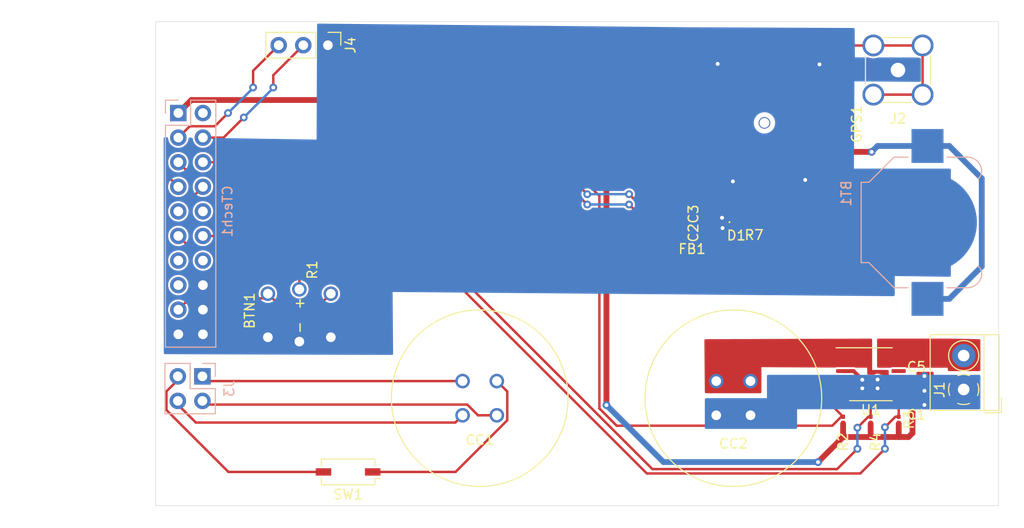
<source format=kicad_pcb>
(kicad_pcb (version 20171130) (host pcbnew "(5.1.9)-1")

  (general
    (thickness 1.6)
    (drawings 5)
    (tracks 186)
    (zones 0)
    (modules 27)
    (nets 41)
  )

  (page A4)
  (layers
    (0 F.Cu signal)
    (31 B.Cu signal)
    (32 B.Adhes user)
    (33 F.Adhes user)
    (34 B.Paste user)
    (35 F.Paste user)
    (36 B.SilkS user)
    (37 F.SilkS user)
    (38 B.Mask user)
    (39 F.Mask user)
    (40 Dwgs.User user)
    (41 Cmts.User user)
    (42 Eco1.User user)
    (43 Eco2.User user)
    (44 Edge.Cuts user)
    (45 Margin user)
    (46 B.CrtYd user)
    (47 F.CrtYd user)
    (48 B.Fab user)
    (49 F.Fab user)
  )

  (setup
    (last_trace_width 0.25)
    (trace_clearance 0.2)
    (zone_clearance 0)
    (zone_45_only no)
    (trace_min 0.2)
    (via_size 0.8)
    (via_drill 0.4)
    (via_min_size 0.4)
    (via_min_drill 0.3)
    (uvia_size 0.3)
    (uvia_drill 0.1)
    (uvias_allowed no)
    (uvia_min_size 0.2)
    (uvia_min_drill 0.1)
    (edge_width 0.05)
    (segment_width 0.2)
    (pcb_text_width 0.3)
    (pcb_text_size 1.5 1.5)
    (mod_edge_width 0.12)
    (mod_text_size 1 1)
    (mod_text_width 0.15)
    (pad_size 3 3)
    (pad_drill 3)
    (pad_to_mask_clearance 0)
    (aux_axis_origin 0 0)
    (visible_elements 7FFFFFFF)
    (pcbplotparams
      (layerselection 0x010fc_ffffffff)
      (usegerberextensions false)
      (usegerberattributes true)
      (usegerberadvancedattributes true)
      (creategerberjobfile true)
      (excludeedgelayer true)
      (linewidth 0.100000)
      (plotframeref false)
      (viasonmask false)
      (mode 1)
      (useauxorigin false)
      (hpglpennumber 1)
      (hpglpenspeed 20)
      (hpglpendiameter 15.000000)
      (psnegative false)
      (psa4output false)
      (plotreference true)
      (plotvalue true)
      (plotinvisibletext false)
      (padsonsilk false)
      (subtractmaskfromsilk false)
      (outputformat 1)
      (mirror false)
      (drillshape 1)
      (scaleselection 1)
      (outputdirectory ""))
  )

  (net 0 "")
  (net 1 GND)
  (net 2 +3V3)
  (net 3 /CAN_High)
  (net 4 /CAN_Low)
  (net 5 /GND2)
  (net 6 /SHIELD)
  (net 7 +5V)
  (net 8 Quasar_TX1)
  (net 9 Quasar_RX1)
  (net 10 GPIO-0)
  (net 11 GPIO-1)
  (net 12 "Net-(CTech1-Pad9)")
  (net 13 "Net-(CTech1-Pad10)")
  (net 14 I2C_CLK)
  (net 15 I2C_SDA)
  (net 16 "Net-(CTech1-Pad13)")
  (net 17 "Net-(CTech1-Pad14)")
  (net 18 "Net-(CTech1-Pad15)")
  (net 19 POWER_BUTTON)
  (net 20 "Net-(D1-Pad2)")
  (net 21 "Net-(GPS1-Pad11)")
  (net 22 "Net-(GPS1-Pad13)")
  (net 23 "Net-(GPS1-Pad7)")
  (net 24 "Net-(GPS1-Pad14)")
  (net 25 "Net-(GPS1-Pad6)")
  (net 26 "Net-(GPS1-Pad15)")
  (net 27 "Net-(GPS1-Pad5)")
  (net 28 "Net-(GPS1-Pad16)")
  (net 29 "Net-(GPS1-Pad17)")
  (net 30 "Net-(GPS1-Pad18)")
  (net 31 "Net-(GPS1-Pad2)")
  (net 32 "Net-(GPS1-Pad20)")
  (net 33 /INA_260_Power_Sheet/IN-)
  (net 34 "Net-(U1-Pad13)")
  (net 35 "Net-(C2-Pad2)")
  (net 36 /GPS_Sheet/VBACKUP)
  (net 37 "Net-(BTN1-Pad6)")
  (net 38 /INA_260_Power_Sheet/Power+)
  (net 39 Quasar_TX0)
  (net 40 Quasar_RX0)

  (net_class Default "This is the default net class."
    (clearance 0.2)
    (trace_width 0.25)
    (via_dia 0.8)
    (via_drill 0.4)
    (uvia_dia 0.3)
    (uvia_drill 0.1)
    (add_net +5V)
    (add_net /CAN_High)
    (add_net /CAN_Low)
    (add_net /GND2)
    (add_net /INA_260_Power_Sheet/Power+)
    (add_net /SHIELD)
    (add_net GND)
    (add_net GPIO-0)
    (add_net GPIO-1)
    (add_net I2C_CLK)
    (add_net I2C_SDA)
    (add_net "Net-(BTN1-Pad6)")
    (add_net "Net-(C2-Pad2)")
    (add_net "Net-(CTech1-Pad10)")
    (add_net "Net-(CTech1-Pad13)")
    (add_net "Net-(CTech1-Pad14)")
    (add_net "Net-(CTech1-Pad15)")
    (add_net "Net-(CTech1-Pad9)")
    (add_net "Net-(D1-Pad2)")
    (add_net "Net-(GPS1-Pad11)")
    (add_net "Net-(GPS1-Pad13)")
    (add_net "Net-(GPS1-Pad14)")
    (add_net "Net-(GPS1-Pad15)")
    (add_net "Net-(GPS1-Pad16)")
    (add_net "Net-(GPS1-Pad17)")
    (add_net "Net-(GPS1-Pad18)")
    (add_net "Net-(GPS1-Pad2)")
    (add_net "Net-(GPS1-Pad20)")
    (add_net "Net-(GPS1-Pad5)")
    (add_net "Net-(GPS1-Pad6)")
    (add_net "Net-(GPS1-Pad7)")
    (add_net "Net-(U1-Pad13)")
    (add_net POWER_BUTTON)
    (add_net Quasar_RX0)
    (add_net Quasar_RX1)
    (add_net Quasar_TX0)
    (add_net Quasar_TX1)
  )

  (net_class Power ""
    (clearance 0.2)
    (trace_width 0.6)
    (via_dia 0.8)
    (via_drill 0.4)
    (uvia_dia 0.3)
    (uvia_drill 0.1)
    (add_net +3V3)
    (add_net /GPS_Sheet/VBACKUP)
    (add_net /INA_260_Power_Sheet/IN-)
  )

  (module Custom_Connectors:Male-M12-Connecter (layer F.Cu) (tedit 61E0535C) (tstamp 61E91D75)
    (at 109.6264 88.9)
    (path /61DEDB32/61DF2DD4)
    (fp_text reference CC2 (at 0 4.699) (layer F.SilkS)
      (effects (font (size 1 1) (thickness 0.15)))
    )
    (fp_text value 54-00216-Male-M12-A (at 0 10.795) (layer F.Fab)
      (effects (font (size 1 1) (thickness 0.15)))
    )
    (fp_circle (center 0 0) (end 0 10.12) (layer F.CrtYd) (width 0.05))
    (fp_circle (center 0 0) (end 0 9.12) (layer F.SilkS) (width 0.12))
    (fp_circle (center 0 0) (end 0 9) (layer F.Fab) (width 0.1))
    (pad 1 thru_hole oval (at 1.767766 -1.767766) (size 1.5 1.5) (drill 1) (layers *.Cu *.Mask)
      (net 38 /INA_260_Power_Sheet/Power+))
    (pad 2 thru_hole oval (at -1.767766 -1.767766) (size 1.5 1.5) (drill 1) (layers *.Cu *.Mask)
      (net 38 /INA_260_Power_Sheet/Power+))
    (pad 3 thru_hole oval (at -1.767766 1.767766) (size 1.5 1.5) (drill 1) (layers *.Cu *.Mask)
      (net 1 GND))
    (pad 4 thru_hole oval (at 1.767766 1.767766) (size 1.5 1.5) (drill 1) (layers *.Cu *.Mask)
      (net 1 GND))
  )

  (module Resistor_SMD:R_0201_0603Metric (layer F.Cu) (tedit 5F68FEEE) (tstamp 61E91EEA)
    (at 111.7198 70.7136)
    (descr "Resistor SMD 0201 (0603 Metric), square (rectangular) end terminal, IPC_7351 nominal, (Body size source: https://www.vishay.com/docs/20052/crcw0201e3.pdf), generated with kicad-footprint-generator")
    (tags resistor)
    (path /61DF1407/61DF784D)
    (attr smd)
    (fp_text reference R7 (at 0.0402 1.3208) (layer F.SilkS)
      (effects (font (size 1 1) (thickness 0.15)))
    )
    (fp_text value R (at 0.2942 2.8448) (layer F.Fab)
      (effects (font (size 1 1) (thickness 0.15)))
    )
    (fp_line (start -0.3 0.15) (end -0.3 -0.15) (layer F.Fab) (width 0.1))
    (fp_line (start -0.3 -0.15) (end 0.3 -0.15) (layer F.Fab) (width 0.1))
    (fp_line (start 0.3 -0.15) (end 0.3 0.15) (layer F.Fab) (width 0.1))
    (fp_line (start 0.3 0.15) (end -0.3 0.15) (layer F.Fab) (width 0.1))
    (fp_line (start -0.7 0.35) (end -0.7 -0.35) (layer F.CrtYd) (width 0.05))
    (fp_line (start -0.7 -0.35) (end 0.7 -0.35) (layer F.CrtYd) (width 0.05))
    (fp_line (start 0.7 -0.35) (end 0.7 0.35) (layer F.CrtYd) (width 0.05))
    (fp_line (start 0.7 0.35) (end -0.7 0.35) (layer F.CrtYd) (width 0.05))
    (fp_text user %R (at 0 -0.68) (layer F.Fab)
      (effects (font (size 0.25 0.25) (thickness 0.04)))
    )
    (pad "" smd roundrect (at -0.345 0) (size 0.318 0.36) (layers F.Paste) (roundrect_rratio 0.25))
    (pad "" smd roundrect (at 0.345 0) (size 0.318 0.36) (layers F.Paste) (roundrect_rratio 0.25))
    (pad 1 smd roundrect (at -0.32 0) (size 0.46 0.4) (layers F.Cu F.Mask) (roundrect_rratio 0.25)
      (net 20 "Net-(D1-Pad2)"))
    (pad 2 smd roundrect (at 0.32 0) (size 0.46 0.4) (layers F.Cu F.Mask) (roundrect_rratio 0.25)
      (net 27 "Net-(GPS1-Pad5)"))
    (model ${KISYS3DMOD}/Resistor_SMD.3dshapes/R_0201_0603Metric.wrl
      (at (xyz 0 0 0))
      (scale (xyz 1 1 1))
      (rotate (xyz 0 0 0))
    )
  )

  (module Capacitor_SMD:C_0201_0603Metric (layer F.Cu) (tedit 5F68FEEE) (tstamp 61EA59CA)
    (at 106.8324 70.4596 180)
    (descr "Capacitor SMD 0201 (0603 Metric), square (rectangular) end terminal, IPC_7351 nominal, (Body size source: https://www.vishay.com/docs/20052/crcw0201e3.pdf), generated with kicad-footprint-generator")
    (tags capacitor)
    (path /61DF1407/61E3E96B)
    (attr smd)
    (fp_text reference C3 (at 1.3356 0.5842 270) (layer F.SilkS)
      (effects (font (size 1 1) (thickness 0.15)))
    )
    (fp_text value C (at 2.758 0.2794) (layer F.Fab)
      (effects (font (size 1 1) (thickness 0.15)))
    )
    (fp_line (start 0.7 0.35) (end -0.7 0.35) (layer F.CrtYd) (width 0.05))
    (fp_line (start 0.7 -0.35) (end 0.7 0.35) (layer F.CrtYd) (width 0.05))
    (fp_line (start -0.7 -0.35) (end 0.7 -0.35) (layer F.CrtYd) (width 0.05))
    (fp_line (start -0.7 0.35) (end -0.7 -0.35) (layer F.CrtYd) (width 0.05))
    (fp_line (start 0.3 0.15) (end -0.3 0.15) (layer F.Fab) (width 0.1))
    (fp_line (start 0.3 -0.15) (end 0.3 0.15) (layer F.Fab) (width 0.1))
    (fp_line (start -0.3 -0.15) (end 0.3 -0.15) (layer F.Fab) (width 0.1))
    (fp_line (start -0.3 0.15) (end -0.3 -0.15) (layer F.Fab) (width 0.1))
    (fp_text user %R (at -0.8996 -0.0254 270) (layer F.Fab)
      (effects (font (size 0.25 0.25) (thickness 0.04)))
    )
    (pad "" smd roundrect (at -0.345 0 180) (size 0.318 0.36) (layers F.Paste) (roundrect_rratio 0.25))
    (pad "" smd roundrect (at 0.345 0 180) (size 0.318 0.36) (layers F.Paste) (roundrect_rratio 0.25))
    (pad 1 smd roundrect (at -0.32 0 180) (size 0.46 0.4) (layers F.Cu F.Mask) (roundrect_rratio 0.25)
      (net 1 GND))
    (pad 2 smd roundrect (at 0.32 0 180) (size 0.46 0.4) (layers F.Cu F.Mask) (roundrect_rratio 0.25)
      (net 35 "Net-(C2-Pad2)"))
    (model ${KISYS3DMOD}/Capacitor_SMD.3dshapes/C_0201_0603Metric.wrl
      (at (xyz 0 0 0))
      (scale (xyz 1 1 1))
      (rotate (xyz 0 0 0))
    )
  )

  (module Capacitor_SMD:C_0201_0603Metric (layer F.Cu) (tedit 5F68FEEE) (tstamp 61EA59BA)
    (at 106.8324 71.3232 180)
    (descr "Capacitor SMD 0201 (0603 Metric), square (rectangular) end terminal, IPC_7351 nominal, (Body size source: https://www.vishay.com/docs/20052/crcw0201e3.pdf), generated with kicad-footprint-generator")
    (tags capacitor)
    (path /61DF1407/61E3F696)
    (attr smd)
    (fp_text reference C2 (at 1.336 -0.4953 270) (layer F.SilkS)
      (effects (font (size 1 1) (thickness 0.15)))
    )
    (fp_text value C (at 2.733 -0.0381) (layer F.Fab)
      (effects (font (size 1 1) (thickness 0.15)))
    )
    (fp_line (start -0.3 0.15) (end -0.3 -0.15) (layer F.Fab) (width 0.1))
    (fp_line (start -0.3 -0.15) (end 0.3 -0.15) (layer F.Fab) (width 0.1))
    (fp_line (start 0.3 -0.15) (end 0.3 0.15) (layer F.Fab) (width 0.1))
    (fp_line (start 0.3 0.15) (end -0.3 0.15) (layer F.Fab) (width 0.1))
    (fp_line (start -0.7 0.35) (end -0.7 -0.35) (layer F.CrtYd) (width 0.05))
    (fp_line (start -0.7 -0.35) (end 0.7 -0.35) (layer F.CrtYd) (width 0.05))
    (fp_line (start 0.7 -0.35) (end 0.7 0.35) (layer F.CrtYd) (width 0.05))
    (fp_line (start 0.7 0.35) (end -0.7 0.35) (layer F.CrtYd) (width 0.05))
    (fp_text user %R (at -0.9754 0.0127 270) (layer F.Fab)
      (effects (font (size 0.25 0.25) (thickness 0.04)))
    )
    (pad 2 smd roundrect (at 0.32 0 180) (size 0.46 0.4) (layers F.Cu F.Mask) (roundrect_rratio 0.25)
      (net 35 "Net-(C2-Pad2)"))
    (pad 1 smd roundrect (at -0.32 0 180) (size 0.46 0.4) (layers F.Cu F.Mask) (roundrect_rratio 0.25)
      (net 1 GND))
    (pad "" smd roundrect (at 0.345 0 180) (size 0.318 0.36) (layers F.Paste) (roundrect_rratio 0.25))
    (pad "" smd roundrect (at -0.345 0 180) (size 0.318 0.36) (layers F.Paste) (roundrect_rratio 0.25))
    (model ${KISYS3DMOD}/Capacitor_SMD.3dshapes/C_0201_0603Metric.wrl
      (at (xyz 0 0 0))
      (scale (xyz 1 1 1))
      (rotate (xyz 0 0 0))
    )
  )

  (module LED_SMD:LED_0201_0603Metric (layer F.Cu) (tedit 5F68FEF1) (tstamp 61EA9B89)
    (at 110.0836 70.7136)
    (descr "LED SMD 0201 (0603 Metric), square (rectangular) end terminal, IPC_7351 nominal, (Body size source: https://www.vishay.com/docs/20052/crcw0201e3.pdf), generated with kicad-footprint-generator")
    (tags LED)
    (path /61DF1407/61DF663B)
    (attr smd)
    (fp_text reference D1 (at -0.1524 1.3716) (layer F.SilkS)
      (effects (font (size 1 1) (thickness 0.15)))
    )
    (fp_text value LED (at 0 2.8448) (layer F.Fab)
      (effects (font (size 1 1) (thickness 0.15)))
    )
    (fp_line (start 0.7 0.35) (end -0.7 0.35) (layer F.CrtYd) (width 0.05))
    (fp_line (start 0.7 -0.35) (end 0.7 0.35) (layer F.CrtYd) (width 0.05))
    (fp_line (start -0.7 -0.35) (end 0.7 -0.35) (layer F.CrtYd) (width 0.05))
    (fp_line (start -0.7 0.35) (end -0.7 -0.35) (layer F.CrtYd) (width 0.05))
    (fp_line (start -0.1 0.15) (end -0.1 -0.15) (layer F.Fab) (width 0.1))
    (fp_line (start -0.2 0.15) (end -0.2 -0.15) (layer F.Fab) (width 0.1))
    (fp_line (start 0.3 0.15) (end -0.3 0.15) (layer F.Fab) (width 0.1))
    (fp_line (start 0.3 -0.15) (end 0.3 0.15) (layer F.Fab) (width 0.1))
    (fp_line (start -0.3 -0.15) (end 0.3 -0.15) (layer F.Fab) (width 0.1))
    (fp_line (start -0.3 0.15) (end -0.3 -0.15) (layer F.Fab) (width 0.1))
    (fp_circle (center -0.86 0) (end -0.81 0) (layer F.SilkS) (width 0.1))
    (fp_text user %R (at 0 -0.68) (layer F.Fab)
      (effects (font (size 0.25 0.25) (thickness 0.04)))
    )
    (pad "" smd roundrect (at -0.345 0) (size 0.318 0.36) (layers F.Paste) (roundrect_rratio 0.25))
    (pad "" smd roundrect (at 0.345 0) (size 0.318 0.36) (layers F.Paste) (roundrect_rratio 0.25))
    (pad 1 smd roundrect (at -0.32 0) (size 0.46 0.4) (layers F.Cu F.Mask) (roundrect_rratio 0.25)
      (net 1 GND))
    (pad 2 smd roundrect (at 0.32 0) (size 0.46 0.4) (layers F.Cu F.Mask) (roundrect_rratio 0.25)
      (net 20 "Net-(D1-Pad2)"))
    (model ${KISYS3DMOD}/LED_SMD.3dshapes/LED_0201_0603Metric.wrl
      (at (xyz 0 0 0))
      (scale (xyz 1 1 1))
      (rotate (xyz 0 0 0))
    )
  )

  (module Battery:BatteryHolder_Keystone_3000_1x12mm (layer B.Cu) (tedit 5D9CBDF8) (tstamp 61E91CA9)
    (at 129.667 70.739 270)
    (descr http://www.keyelco.com/product-pdf.cfm?p=777)
    (tags "Keystone type 3000 coin cell retainer")
    (path /61DF1407/61DF8AEB)
    (attr smd)
    (fp_text reference BT1 (at -2.9845 8.382 90) (layer B.SilkS)
      (effects (font (size 1 1) (thickness 0.15)) (justify mirror))
    )
    (fp_text value Battery_Cell (at 0 -7.5 90) (layer B.Fab)
      (effects (font (size 1 1) (thickness 0.15)) (justify mirror))
    )
    (fp_circle (center 0 0) (end 0 -6.25) (layer Dwgs.User) (width 0.15))
    (fp_line (start -7.25 -2.15) (end -7.25 -4.8) (layer B.CrtYd) (width 0.05))
    (fp_line (start 7.25 -2.15) (end 7.25 -4.8) (layer B.CrtYd) (width 0.05))
    (fp_line (start 6.75 -2) (end 6.75 -4.1) (layer B.SilkS) (width 0.12))
    (fp_line (start -6.75 -2) (end -6.75 -4.1) (layer B.SilkS) (width 0.12))
    (fp_line (start 7.25 2.15) (end 7.25 3.8) (layer B.CrtYd) (width 0.05))
    (fp_line (start 7.25 3.8) (end 4.65 6.4) (layer B.CrtYd) (width 0.05))
    (fp_line (start 4.65 6.4) (end 4.65 7.35) (layer B.CrtYd) (width 0.05))
    (fp_line (start -4.65 7.35) (end 4.65 7.35) (layer B.CrtYd) (width 0.05))
    (fp_line (start -4.65 6.4) (end -4.65 7.35) (layer B.CrtYd) (width 0.05))
    (fp_line (start -7.25 3.8) (end -4.65 6.4) (layer B.CrtYd) (width 0.05))
    (fp_line (start -7.25 2.15) (end -7.25 3.8) (layer B.CrtYd) (width 0.05))
    (fp_line (start -6.75 2) (end -6.75 3.45) (layer B.SilkS) (width 0.12))
    (fp_line (start -6.75 3.45) (end -4.15 6.05) (layer B.SilkS) (width 0.12))
    (fp_line (start -4.15 6.05) (end -4.15 6.85) (layer B.SilkS) (width 0.12))
    (fp_line (start -4.15 6.85) (end 4.15 6.85) (layer B.SilkS) (width 0.12))
    (fp_line (start 4.15 6.85) (end 4.15 6.05) (layer B.SilkS) (width 0.12))
    (fp_line (start 4.15 6.05) (end 6.75 3.45) (layer B.SilkS) (width 0.12))
    (fp_line (start 6.75 3.45) (end 6.75 2) (layer B.SilkS) (width 0.12))
    (fp_line (start -7.25 2.15) (end -10.15 2.15) (layer B.CrtYd) (width 0.05))
    (fp_line (start -10.15 2.15) (end -10.15 -2.15) (layer B.CrtYd) (width 0.05))
    (fp_line (start -10.15 -2.15) (end -7.25 -2.15) (layer B.CrtYd) (width 0.05))
    (fp_line (start 7.25 2.15) (end 10.15 2.15) (layer B.CrtYd) (width 0.05))
    (fp_line (start 10.15 2.15) (end 10.15 -2.15) (layer B.CrtYd) (width 0.05))
    (fp_line (start 10.15 -2.15) (end 7.25 -2.15) (layer B.CrtYd) (width 0.05))
    (fp_line (start 6.6 3.4) (end 6.6 -4.1) (layer B.Fab) (width 0.1))
    (fp_line (start -6.6 3.4) (end -6.6 -4.1) (layer B.Fab) (width 0.1))
    (fp_line (start 4 6) (end 6.6 3.4) (layer B.Fab) (width 0.1))
    (fp_line (start -4 6) (end -6.6 3.4) (layer B.Fab) (width 0.1))
    (fp_line (start 4 6.7) (end 4 6) (layer B.Fab) (width 0.1))
    (fp_line (start -4 6.7) (end -4 6) (layer B.Fab) (width 0.1))
    (fp_line (start -4 6.7) (end 4 6.7) (layer B.Fab) (width 0.1))
    (fp_line (start -5.29 -6.76) (end 5.29 -6.76) (layer B.CrtYd) (width 0.05))
    (fp_text user %R (at 0 0) (layer B.Fab)
      (effects (font (size 1 1) (thickness 0.15)) (justify mirror))
    )
    (fp_arc (start 5.29 -4.8) (end 5.29 -6.76) (angle 90) (layer B.CrtYd) (width 0.05))
    (fp_arc (start 5.29 -4.6) (end 4.5 -5.2) (angle 60) (layer B.SilkS) (width 0.12))
    (fp_arc (start -5.29 -4.6) (end -4.5 -5.2) (angle -60) (layer B.SilkS) (width 0.12))
    (fp_arc (start 5.29 -4.6) (end 4.6 -5.1) (angle 60) (layer B.Fab) (width 0.1))
    (fp_arc (start -5.29 -4.6) (end -4.6 -5.1) (angle -60) (layer B.Fab) (width 0.1))
    (fp_arc (start 0 -8.9) (end -4.6 -5.1) (angle -101) (layer B.Fab) (width 0.1))
    (fp_arc (start -5.29 -4.8) (end -5.29 -6.76) (angle -90) (layer B.CrtYd) (width 0.05))
    (fp_arc (start 5.25 -4.1) (end 5.3 -5.6) (angle 90) (layer B.SilkS) (width 0.12))
    (fp_arc (start -5.25 -4.1) (end -5.3 -5.6) (angle -90) (layer B.SilkS) (width 0.12))
    (fp_arc (start 5.25 -4.1) (end 5.3 -5.45) (angle 90) (layer B.Fab) (width 0.1))
    (fp_arc (start -5.25 -4.1) (end -5.3 -5.45) (angle -90) (layer B.Fab) (width 0.1))
    (pad 1 smd rect (at -7.9 0 270) (size 3.5 3.3) (layers B.Cu B.Paste B.Mask)
      (net 36 /GPS_Sheet/VBACKUP))
    (pad 1 smd rect (at 7.9 0 270) (size 3.5 3.3) (layers B.Cu B.Paste B.Mask)
      (net 36 /GPS_Sheet/VBACKUP))
    (pad 2 smd circle (at 0 0 270) (size 10.2 10.2) (layers B.Cu B.Mask)
      (net 1 GND))
    (model ${KISYS3DMOD}/Battery.3dshapes/BatteryHolder_Keystone_3000_1x12mm.wrl
      (at (xyz 0 0 0))
      (scale (xyz 1 1 1))
      (rotate (xyz 0 0 0))
    )
  )

  (module Custom_Connectors:Male-M12-Connecter (layer F.Cu) (tedit 61E0535C) (tstamp 61E91D6A)
    (at 83.439 88.9)
    (path /61E68F90)
    (fp_text reference CC1 (at 0 4.318) (layer F.SilkS)
      (effects (font (size 1 1) (thickness 0.15)))
    )
    (fp_text value 54-00216-Male-M12-A (at 0 10.795) (layer F.Fab)
      (effects (font (size 1 1) (thickness 0.15)))
    )
    (fp_circle (center 0 0) (end 0 9) (layer F.Fab) (width 0.1))
    (fp_circle (center 0 0) (end 0 9.12) (layer F.SilkS) (width 0.12))
    (fp_circle (center 0 0) (end 0 10.12) (layer F.CrtYd) (width 0.05))
    (pad 4 thru_hole oval (at 1.767766 1.767766) (size 1.5 1.5) (drill 1) (layers *.Cu *.Mask)
      (net 4 /CAN_Low))
    (pad 3 thru_hole oval (at -1.767766 1.767766) (size 1.5 1.5) (drill 1) (layers *.Cu *.Mask)
      (net 5 /GND2))
    (pad 2 thru_hole oval (at -1.767766 -1.767766) (size 1.5 1.5) (drill 1) (layers *.Cu *.Mask)
      (net 3 /CAN_High))
    (pad 1 thru_hole oval (at 1.767766 -1.767766) (size 1.5 1.5) (drill 1) (layers *.Cu *.Mask)
      (net 6 /SHIELD))
  )

  (module Gps:CD-PA1616D (layer F.Cu) (tedit 61E06050) (tstamp 61E91DF4)
    (at 113.284 60.452 90)
    (descr ConnectorMicromatch-20)
    (path /61DF1407/61E161E9)
    (attr smd)
    (fp_text reference GPS1 (at -0.127 9.0805 270) (layer F.SilkS)
      (effects (font (size 1 1) (thickness 0.15)))
    )
    (fp_text value CD-PA1616D (at 0.127 -9.4615 270) (layer F.Fab)
      (effects (font (size 1 1) (thickness 0.15)))
    )
    (fp_line (start -8 8) (end -8 -8) (layer F.CrtYd) (width 0.05))
    (fp_line (start -8 -8) (end 8 -8) (layer F.CrtYd) (width 0.05))
    (fp_line (start 8 -8) (end 8 8) (layer F.CrtYd) (width 0.05))
    (fp_line (start 8 8) (end -8 8) (layer F.CrtYd) (width 0.05))
    (pad 10 smd rect (at -8 6.75 180) (size 1 2) (layers F.Cu F.Paste F.Mask)
      (net 8 Quasar_TX1))
    (pad 11 smd rect (at 8 6.75 180) (size 1 2) (layers F.Cu F.Paste F.Mask)
      (net 21 "Net-(GPS1-Pad11)"))
    (pad 9 smd rect (at -8 5.25 180) (size 1 2) (layers F.Cu F.Paste F.Mask)
      (net 9 Quasar_RX1))
    (pad 12 smd rect (at 8 5.25 180) (size 1 2) (layers F.Cu F.Paste F.Mask)
      (net 1 GND))
    (pad 8 smd rect (at -8 3.75 180) (size 1 2) (layers F.Cu F.Paste F.Mask)
      (net 1 GND))
    (pad 13 smd rect (at 8 3.75 180) (size 1 2) (layers F.Cu F.Paste F.Mask)
      (net 22 "Net-(GPS1-Pad13)"))
    (pad 7 smd rect (at -8 2.25 180) (size 1 2) (layers F.Cu F.Paste F.Mask)
      (net 23 "Net-(GPS1-Pad7)"))
    (pad 14 smd rect (at 8 2.25 180) (size 1 2) (layers F.Cu F.Paste F.Mask)
      (net 24 "Net-(GPS1-Pad14)"))
    (pad 6 smd rect (at -8 0.75 180) (size 1 2) (layers F.Cu F.Paste F.Mask)
      (net 25 "Net-(GPS1-Pad6)"))
    (pad 15 smd rect (at 8 0.75 180) (size 1 2) (layers F.Cu F.Paste F.Mask)
      (net 26 "Net-(GPS1-Pad15)"))
    (pad 5 smd rect (at -8 -0.75 180) (size 1 2) (layers F.Cu F.Paste F.Mask)
      (net 27 "Net-(GPS1-Pad5)"))
    (pad 16 smd rect (at 8 -0.75 180) (size 1 2) (layers F.Cu F.Paste F.Mask)
      (net 28 "Net-(GPS1-Pad16)"))
    (pad 4 smd rect (at -8 -2.25 180) (size 1 2) (layers F.Cu F.Paste F.Mask)
      (net 36 /GPS_Sheet/VBACKUP))
    (pad 17 smd rect (at 8 -2.25 180) (size 1 2) (layers F.Cu F.Paste F.Mask)
      (net 29 "Net-(GPS1-Pad17)"))
    (pad 3 smd rect (at -8 -3.75 180) (size 1 2) (layers F.Cu F.Paste F.Mask)
      (net 1 GND))
    (pad 18 smd rect (at 8 -3.75 180) (size 1 2) (layers F.Cu F.Paste F.Mask)
      (net 30 "Net-(GPS1-Pad18)"))
    (pad 2 smd rect (at -8 -5.25 180) (size 1 2) (layers F.Cu F.Paste F.Mask)
      (net 31 "Net-(GPS1-Pad2)"))
    (pad 19 smd rect (at 8 -5.25 180) (size 1 2) (layers F.Cu F.Paste F.Mask)
      (net 1 GND))
    (pad 1 smd rect (at -8 -6.75 180) (size 1 2) (layers F.Cu F.Paste F.Mask)
      (net 35 "Net-(C2-Pad2)"))
    (pad 20 smd rect (at 8 -6.75 180) (size 1 2) (layers F.Cu F.Paste F.Mask)
      (net 32 "Net-(GPS1-Pad20)"))
    (pad "" np_thru_hole circle (at 0 -0.45 90) (size 1.2 1.2) (drill 1) (layers *.Cu *.Mask)
      (clearance 0.5) (zone_connect 2) (thermal_width 5))
  )

  (module MountingHole:MountingHole_3mm locked (layer F.Cu) (tedit 61E88042) (tstamp 61E91DFC)
    (at 52.6034 52.5018)
    (descr "Mounting Hole 3mm, no annular")
    (tags "mounting hole 3mm no annular")
    (path /61D9CE98)
    (attr virtual)
    (fp_text reference H1 (at 4.9911 0.0127) (layer F.SilkS) hide
      (effects (font (size 1 1) (thickness 0.15)))
    )
    (fp_text value MountingHole (at 0 4) (layer F.Fab)
      (effects (font (size 1 1) (thickness 0.15)))
    )
    (fp_circle (center 0 0) (end 3.25 0) (layer F.CrtYd) (width 0.05))
    (fp_circle (center 0 0) (end 3 0) (layer Cmts.User) (width 0.15))
    (fp_text user %R (at -0.0508 0) (layer F.Fab)
      (effects (font (size 1 1) (thickness 0.15)))
    )
    (pad "" np_thru_hole circle (at -0.1034 -0.0018) (size 3 3) (drill 3) (layers *.Cu *.Mask))
  )

  (module MountingHole:MountingHole_3mm locked (layer F.Cu) (tedit 56D1B4CB) (tstamp 61E91E04)
    (at 134.5 52.5)
    (descr "Mounting Hole 3mm, no annular")
    (tags "mounting hole 3mm no annular")
    (path /61DA2247)
    (attr virtual)
    (fp_text reference H2 (at 5.327 0.0145) (layer F.SilkS) hide
      (effects (font (size 1 1) (thickness 0.15)))
    )
    (fp_text value MountingHole (at 0 4) (layer F.Fab)
      (effects (font (size 1 1) (thickness 0.15)))
    )
    (fp_circle (center 0 0) (end 3 0) (layer Cmts.User) (width 0.15))
    (fp_circle (center 0 0) (end 3.25 0) (layer F.CrtYd) (width 0.05))
    (fp_text user %R (at 0.104999 0) (layer F.Fab)
      (effects (font (size 1 1) (thickness 0.15)))
    )
    (pad 1 np_thru_hole circle (at 0 0) (size 3 3) (drill 3) (layers *.Cu *.Mask))
  )

  (module MountingHole:MountingHole_3mm locked (layer F.Cu) (tedit 56D1B4CB) (tstamp 61E91E0C)
    (at 52.5 97.5)
    (descr "Mounting Hole 3mm, no annular")
    (tags "mounting hole 3mm no annular")
    (path /61DA08C4)
    (attr virtual)
    (fp_text reference H3 (at 4.65 0.036) (layer F.SilkS) hide
      (effects (font (size 1 1) (thickness 0.15)))
    )
    (fp_text value MountingHole (at 0 4) (layer F.Fab)
      (effects (font (size 1 1) (thickness 0.15)))
    )
    (fp_circle (center 0 0) (end 3 0) (layer Cmts.User) (width 0.15))
    (fp_circle (center 0 0) (end 3.25 0) (layer F.CrtYd) (width 0.05))
    (fp_text user %R (at 0.3 0) (layer F.Fab)
      (effects (font (size 1 1) (thickness 0.15)))
    )
    (pad 1 np_thru_hole circle (at 0 0) (size 3 3) (drill 3) (layers *.Cu *.Mask))
  )

  (module MountingHole:MountingHole_3mm locked (layer F.Cu) (tedit 56D1B4CB) (tstamp 61E91E14)
    (at 134.5 97.5)
    (descr "Mounting Hole 3mm, no annular")
    (tags "mounting hole 3mm no annular")
    (path /61DA275A)
    (attr virtual)
    (fp_text reference H4 (at 4.6285 -0.0275) (layer F.SilkS) hide
      (effects (font (size 1 1) (thickness 0.15)))
    )
    (fp_text value MountingHole (at 0 4) (layer F.Fab)
      (effects (font (size 1 1) (thickness 0.15)))
    )
    (fp_circle (center 0 0) (end 3.25 0) (layer F.CrtYd) (width 0.05))
    (fp_circle (center 0 0) (end 3 0) (layer Cmts.User) (width 0.15))
    (fp_text user %R (at 0.3 0) (layer F.Fab)
      (effects (font (size 1 1) (thickness 0.15)))
    )
    (pad 1 np_thru_hole circle (at 0 0) (size 3 3) (drill 3) (layers *.Cu *.Mask))
  )

  (module Connector_Coaxial:SMA_Amphenol_132134-11_Vertical (layer F.Cu) (tedit 5B2F4C93) (tstamp 61E91E57)
    (at 126.619 54.991)
    (descr https://www.amphenolrf.com/downloads/dl/file/id/3406/product/2975/132134_11_customer_drawing.pdf)
    (tags "SMA THT Female Jack Vertical ExtendedLegs")
    (path /61DF1407/61E65E93)
    (fp_text reference J2 (at 0 5.0165) (layer F.SilkS)
      (effects (font (size 1 1) (thickness 0.15)))
    )
    (fp_text value 5-1814400-1 (at 0 -5.5245) (layer F.Fab)
      (effects (font (size 1 1) (thickness 0.15)))
    )
    (fp_circle (center 0 0) (end 3.175 0) (layer F.Fab) (width 0.1))
    (fp_line (start 4.17 4.17) (end -4.17 4.17) (layer F.CrtYd) (width 0.05))
    (fp_line (start 4.17 4.17) (end 4.17 -4.17) (layer F.CrtYd) (width 0.05))
    (fp_line (start -4.17 -4.17) (end -4.17 4.17) (layer F.CrtYd) (width 0.05))
    (fp_line (start -4.17 -4.17) (end 4.17 -4.17) (layer F.CrtYd) (width 0.05))
    (fp_line (start -3.175 -3.175) (end 3.175 -3.175) (layer F.Fab) (width 0.1))
    (fp_line (start -3.175 -3.175) (end -3.175 3.175) (layer F.Fab) (width 0.1))
    (fp_line (start -3.175 3.175) (end 3.175 3.175) (layer F.Fab) (width 0.1))
    (fp_line (start 3.175 -3.175) (end 3.175 3.175) (layer F.Fab) (width 0.1))
    (fp_line (start -3.355 -1.45) (end -3.355 1.45) (layer F.SilkS) (width 0.12))
    (fp_line (start 3.355 -1.45) (end 3.355 1.45) (layer F.SilkS) (width 0.12))
    (fp_line (start -1.45 3.355) (end 1.45 3.355) (layer F.SilkS) (width 0.12))
    (fp_line (start -1.45 -3.355) (end 1.45 -3.355) (layer F.SilkS) (width 0.12))
    (fp_text user %R (at 0 0.0254) (layer F.Fab)
      (effects (font (size 1 1) (thickness 0.15)))
    )
    (pad 1 thru_hole circle (at 0 0) (size 2.05 2.05) (drill 1.5) (layers *.Cu *.Mask)
      (net 1 GND))
    (pad 2 thru_hole circle (at 2.54 2.54) (size 2.25 2.25) (drill 1.7) (layers *.Cu *.Mask)
      (net 21 "Net-(GPS1-Pad11)"))
    (pad 2 thru_hole circle (at 2.54 -2.54) (size 2.25 2.25) (drill 1.7) (layers *.Cu *.Mask)
      (net 21 "Net-(GPS1-Pad11)"))
    (pad 2 thru_hole circle (at -2.54 -2.54) (size 2.25 2.25) (drill 1.7) (layers *.Cu *.Mask)
      (net 21 "Net-(GPS1-Pad11)"))
    (pad 2 thru_hole circle (at -2.54 2.54) (size 2.25 2.25) (drill 1.7) (layers *.Cu *.Mask)
      (net 21 "Net-(GPS1-Pad11)"))
    (model ${KISYS3DMOD}/Connector_Coaxial.3dshapes/SMA_Amphenol_132134-11_Vertical.wrl
      (at (xyz 0 0 0))
      (scale (xyz 1 1 1))
      (rotate (xyz 0 0 0))
    )
  )

  (module Resistor_SMD:R_0201_0603Metric (layer F.Cu) (tedit 5F68FEEE) (tstamp 61E91E84)
    (at 64.8208 75.6412 270)
    (descr "Resistor SMD 0201 (0603 Metric), square (rectangular) end terminal, IPC_7351 nominal, (Body size source: https://www.vishay.com/docs/20052/crcw0201e3.pdf), generated with kicad-footprint-generator")
    (tags resistor)
    (path /61E89B4A)
    (attr smd)
    (fp_text reference R1 (at 0 -1.3335 90) (layer F.SilkS)
      (effects (font (size 1 1) (thickness 0.15)))
    )
    (fp_text value R (at 0 1.05 90) (layer F.Fab)
      (effects (font (size 1 1) (thickness 0.15)))
    )
    (fp_line (start -0.3 0.15) (end -0.3 -0.15) (layer F.Fab) (width 0.1))
    (fp_line (start -0.3 -0.15) (end 0.3 -0.15) (layer F.Fab) (width 0.1))
    (fp_line (start 0.3 -0.15) (end 0.3 0.15) (layer F.Fab) (width 0.1))
    (fp_line (start 0.3 0.15) (end -0.3 0.15) (layer F.Fab) (width 0.1))
    (fp_line (start -0.7 0.35) (end -0.7 -0.35) (layer F.CrtYd) (width 0.05))
    (fp_line (start -0.7 -0.35) (end 0.7 -0.35) (layer F.CrtYd) (width 0.05))
    (fp_line (start 0.7 -0.35) (end 0.7 0.35) (layer F.CrtYd) (width 0.05))
    (fp_line (start 0.7 0.35) (end -0.7 0.35) (layer F.CrtYd) (width 0.05))
    (fp_text user %R (at 0 -0.68 90) (layer F.Fab)
      (effects (font (size 0.25 0.25) (thickness 0.04)))
    )
    (pad "" smd roundrect (at -0.345 0 270) (size 0.318 0.36) (layers F.Paste) (roundrect_rratio 0.25))
    (pad "" smd roundrect (at 0.345 0 270) (size 0.318 0.36) (layers F.Paste) (roundrect_rratio 0.25))
    (pad 1 smd roundrect (at -0.32 0 270) (size 0.46 0.4) (layers F.Cu F.Mask) (roundrect_rratio 0.25)
      (net 11 GPIO-1))
    (pad 2 smd roundrect (at 0.32 0 270) (size 0.46 0.4) (layers F.Cu F.Mask) (roundrect_rratio 0.25)
      (net 37 "Net-(BTN1-Pad6)"))
    (model ${KISYS3DMOD}/Resistor_SMD.3dshapes/R_0201_0603Metric.wrl
      (at (xyz 0 0 0))
      (scale (xyz 1 1 1))
      (rotate (xyz 0 0 0))
    )
  )

  (module Resistor_SMD:R_0201_0603Metric (layer F.Cu) (tedit 5F68FEEE) (tstamp 61E91E95)
    (at 120.9548 91.1352 270)
    (descr "Resistor SMD 0201 (0603 Metric), square (rectangular) end terminal, IPC_7351 nominal, (Body size source: https://www.vishay.com/docs/20052/crcw0201e3.pdf), generated with kicad-footprint-generator")
    (tags resistor)
    (path /61DEDB32/61E44458)
    (attr smd)
    (fp_text reference R2 (at 2.286 0 90) (layer F.SilkS)
      (effects (font (size 1 1) (thickness 0.15)))
    )
    (fp_text value R (at 0 1.05 90) (layer F.Fab)
      (effects (font (size 1 1) (thickness 0.15)))
    )
    (fp_line (start 0.7 0.35) (end -0.7 0.35) (layer F.CrtYd) (width 0.05))
    (fp_line (start 0.7 -0.35) (end 0.7 0.35) (layer F.CrtYd) (width 0.05))
    (fp_line (start -0.7 -0.35) (end 0.7 -0.35) (layer F.CrtYd) (width 0.05))
    (fp_line (start -0.7 0.35) (end -0.7 -0.35) (layer F.CrtYd) (width 0.05))
    (fp_line (start 0.3 0.15) (end -0.3 0.15) (layer F.Fab) (width 0.1))
    (fp_line (start 0.3 -0.15) (end 0.3 0.15) (layer F.Fab) (width 0.1))
    (fp_line (start -0.3 -0.15) (end 0.3 -0.15) (layer F.Fab) (width 0.1))
    (fp_line (start -0.3 0.15) (end -0.3 -0.15) (layer F.Fab) (width 0.1))
    (fp_text user %R (at 0 -0.68 90) (layer F.Fab)
      (effects (font (size 0.25 0.25) (thickness 0.04)))
    )
    (pad 2 smd roundrect (at 0.32 0 270) (size 0.46 0.4) (layers F.Cu F.Mask) (roundrect_rratio 0.25)
      (net 2 +3V3))
    (pad 1 smd roundrect (at -0.32 0 270) (size 0.46 0.4) (layers F.Cu F.Mask) (roundrect_rratio 0.25)
      (net 10 GPIO-0))
    (pad "" smd roundrect (at 0.345 0 270) (size 0.318 0.36) (layers F.Paste) (roundrect_rratio 0.25))
    (pad "" smd roundrect (at -0.345 0 270) (size 0.318 0.36) (layers F.Paste) (roundrect_rratio 0.25))
    (model ${KISYS3DMOD}/Resistor_SMD.3dshapes/R_0201_0603Metric.wrl
      (at (xyz 0 0 0))
      (scale (xyz 1 1 1))
      (rotate (xyz 0 0 0))
    )
  )

  (module Resistor_SMD:R_0201_0603Metric (layer F.Cu) (tedit 5F68FEEE) (tstamp 61E91EA6)
    (at 126.6952 91.1352 270)
    (descr "Resistor SMD 0201 (0603 Metric), square (rectangular) end terminal, IPC_7351 nominal, (Body size source: https://www.vishay.com/docs/20052/crcw0201e3.pdf), generated with kicad-footprint-generator")
    (tags resistor)
    (path /61DEDB32/61E35630)
    (attr smd)
    (fp_text reference R3 (at 0 -1.05 90) (layer F.SilkS)
      (effects (font (size 1 1) (thickness 0.15)))
    )
    (fp_text value R (at 0 1.05 90) (layer F.Fab)
      (effects (font (size 1 1) (thickness 0.15)))
    )
    (fp_line (start 0.7 0.35) (end -0.7 0.35) (layer F.CrtYd) (width 0.05))
    (fp_line (start 0.7 -0.35) (end 0.7 0.35) (layer F.CrtYd) (width 0.05))
    (fp_line (start -0.7 -0.35) (end 0.7 -0.35) (layer F.CrtYd) (width 0.05))
    (fp_line (start -0.7 0.35) (end -0.7 -0.35) (layer F.CrtYd) (width 0.05))
    (fp_line (start 0.3 0.15) (end -0.3 0.15) (layer F.Fab) (width 0.1))
    (fp_line (start 0.3 -0.15) (end 0.3 0.15) (layer F.Fab) (width 0.1))
    (fp_line (start -0.3 -0.15) (end 0.3 -0.15) (layer F.Fab) (width 0.1))
    (fp_line (start -0.3 0.15) (end -0.3 -0.15) (layer F.Fab) (width 0.1))
    (fp_text user %R (at 0 -0.68 90) (layer F.Fab)
      (effects (font (size 0.25 0.25) (thickness 0.04)))
    )
    (pad 2 smd roundrect (at 0.32 0 270) (size 0.46 0.4) (layers F.Cu F.Mask) (roundrect_rratio 0.25)
      (net 2 +3V3))
    (pad 1 smd roundrect (at -0.32 0 270) (size 0.46 0.4) (layers F.Cu F.Mask) (roundrect_rratio 0.25)
      (net 14 I2C_CLK))
    (pad "" smd roundrect (at 0.345 0 270) (size 0.318 0.36) (layers F.Paste) (roundrect_rratio 0.25))
    (pad "" smd roundrect (at -0.345 0 270) (size 0.318 0.36) (layers F.Paste) (roundrect_rratio 0.25))
    (model ${KISYS3DMOD}/Resistor_SMD.3dshapes/R_0201_0603Metric.wrl
      (at (xyz 0 0 0))
      (scale (xyz 1 1 1))
      (rotate (xyz 0 0 0))
    )
  )

  (module Resistor_SMD:R_0201_0603Metric (layer F.Cu) (tedit 5F68FEEE) (tstamp 61E91EB7)
    (at 123.7996 91.1352 270)
    (descr "Resistor SMD 0201 (0603 Metric), square (rectangular) end terminal, IPC_7351 nominal, (Body size source: https://www.vishay.com/docs/20052/crcw0201e3.pdf), generated with kicad-footprint-generator")
    (tags resistor)
    (path /61DEDB32/61E37421)
    (attr smd)
    (fp_text reference R4 (at 2.286 -0.508 90) (layer F.SilkS)
      (effects (font (size 1 1) (thickness 0.15)))
    )
    (fp_text value R (at 0 1.05 90) (layer F.Fab)
      (effects (font (size 1 1) (thickness 0.15)))
    )
    (fp_line (start -0.3 0.15) (end -0.3 -0.15) (layer F.Fab) (width 0.1))
    (fp_line (start -0.3 -0.15) (end 0.3 -0.15) (layer F.Fab) (width 0.1))
    (fp_line (start 0.3 -0.15) (end 0.3 0.15) (layer F.Fab) (width 0.1))
    (fp_line (start 0.3 0.15) (end -0.3 0.15) (layer F.Fab) (width 0.1))
    (fp_line (start -0.7 0.35) (end -0.7 -0.35) (layer F.CrtYd) (width 0.05))
    (fp_line (start -0.7 -0.35) (end 0.7 -0.35) (layer F.CrtYd) (width 0.05))
    (fp_line (start 0.7 -0.35) (end 0.7 0.35) (layer F.CrtYd) (width 0.05))
    (fp_line (start 0.7 0.35) (end -0.7 0.35) (layer F.CrtYd) (width 0.05))
    (fp_text user %R (at 0 -0.68 90) (layer F.Fab)
      (effects (font (size 0.25 0.25) (thickness 0.04)))
    )
    (pad "" smd roundrect (at -0.345 0 270) (size 0.318 0.36) (layers F.Paste) (roundrect_rratio 0.25))
    (pad "" smd roundrect (at 0.345 0 270) (size 0.318 0.36) (layers F.Paste) (roundrect_rratio 0.25))
    (pad 1 smd roundrect (at -0.32 0 270) (size 0.46 0.4) (layers F.Cu F.Mask) (roundrect_rratio 0.25)
      (net 15 I2C_SDA))
    (pad 2 smd roundrect (at 0.32 0 270) (size 0.46 0.4) (layers F.Cu F.Mask) (roundrect_rratio 0.25)
      (net 2 +3V3))
    (model ${KISYS3DMOD}/Resistor_SMD.3dshapes/R_0201_0603Metric.wrl
      (at (xyz 0 0 0))
      (scale (xyz 1 1 1))
      (rotate (xyz 0 0 0))
    )
  )

  (module Package_SO:TSSOP-16_4.4x5mm_P0.65mm (layer F.Cu) (tedit 5E476F32) (tstamp 61E91F51)
    (at 123.825 86.4235)
    (descr "TSSOP, 16 Pin (JEDEC MO-153 Var AB https://www.jedec.org/document_search?search_api_views_fulltext=MO-153), generated with kicad-footprint-generator ipc_gullwing_generator.py")
    (tags "TSSOP SO")
    (path /61DEDB32/61DF5B4E)
    (attr smd)
    (fp_text reference U1 (at -0.0254 3.6957) (layer F.SilkS)
      (effects (font (size 1 1) (thickness 0.15)))
    )
    (fp_text value INA260 (at 0 -3.6195) (layer F.Fab)
      (effects (font (size 1 1) (thickness 0.15)))
    )
    (fp_line (start 0 2.735) (end 2.2 2.735) (layer F.SilkS) (width 0.12))
    (fp_line (start 0 2.735) (end -2.2 2.735) (layer F.SilkS) (width 0.12))
    (fp_line (start 0 -2.735) (end 2.2 -2.735) (layer F.SilkS) (width 0.12))
    (fp_line (start 0 -2.735) (end -3.6 -2.735) (layer F.SilkS) (width 0.12))
    (fp_line (start -1.2 -2.5) (end 2.2 -2.5) (layer F.Fab) (width 0.1))
    (fp_line (start 2.2 -2.5) (end 2.2 2.5) (layer F.Fab) (width 0.1))
    (fp_line (start 2.2 2.5) (end -2.2 2.5) (layer F.Fab) (width 0.1))
    (fp_line (start -2.2 2.5) (end -2.2 -1.5) (layer F.Fab) (width 0.1))
    (fp_line (start -2.2 -1.5) (end -1.2 -2.5) (layer F.Fab) (width 0.1))
    (fp_line (start -3.85 -2.75) (end -3.85 2.75) (layer F.CrtYd) (width 0.05))
    (fp_line (start -3.85 2.75) (end 3.85 2.75) (layer F.CrtYd) (width 0.05))
    (fp_line (start 3.85 2.75) (end 3.85 -2.75) (layer F.CrtYd) (width 0.05))
    (fp_line (start 3.85 -2.75) (end -3.85 -2.75) (layer F.CrtYd) (width 0.05))
    (fp_text user %R (at -0.0762 -0.3683) (layer F.Fab)
      (effects (font (size 1 1) (thickness 0.15)))
    )
    (pad 1 smd roundrect (at -2.8625 -2.275) (size 1.475 0.4) (layers F.Cu F.Paste F.Mask) (roundrect_rratio 0.25)
      (net 38 /INA_260_Power_Sheet/Power+))
    (pad 2 smd roundrect (at -2.8625 -1.625) (size 1.475 0.4) (layers F.Cu F.Paste F.Mask) (roundrect_rratio 0.25)
      (net 38 /INA_260_Power_Sheet/Power+))
    (pad 3 smd roundrect (at -2.8625 -0.975) (size 1.475 0.4) (layers F.Cu F.Paste F.Mask) (roundrect_rratio 0.25)
      (net 38 /INA_260_Power_Sheet/Power+))
    (pad 4 smd roundrect (at -2.8625 -0.325) (size 1.475 0.4) (layers F.Cu F.Paste F.Mask) (roundrect_rratio 0.25)
      (net 1 GND))
    (pad 5 smd roundrect (at -2.8625 0.325) (size 1.475 0.4) (layers F.Cu F.Paste F.Mask) (roundrect_rratio 0.25)
      (net 1 GND))
    (pad 6 smd roundrect (at -2.8625 0.975) (size 1.475 0.4) (layers F.Cu F.Paste F.Mask) (roundrect_rratio 0.25)
      (net 1 GND))
    (pad 7 smd roundrect (at -2.8625 1.625) (size 1.475 0.4) (layers F.Cu F.Paste F.Mask) (roundrect_rratio 0.25)
      (net 10 GPIO-0))
    (pad 8 smd roundrect (at -2.8625 2.275) (size 1.475 0.4) (layers F.Cu F.Paste F.Mask) (roundrect_rratio 0.25)
      (net 15 I2C_SDA))
    (pad 9 smd roundrect (at 2.8625 2.275) (size 1.475 0.4) (layers F.Cu F.Paste F.Mask) (roundrect_rratio 0.25)
      (net 14 I2C_CLK))
    (pad 10 smd roundrect (at 2.8625 1.625) (size 1.475 0.4) (layers F.Cu F.Paste F.Mask) (roundrect_rratio 0.25)
      (net 2 +3V3))
    (pad 11 smd roundrect (at 2.8625 0.975) (size 1.475 0.4) (layers F.Cu F.Paste F.Mask) (roundrect_rratio 0.25)
      (net 1 GND))
    (pad 12 smd roundrect (at 2.8625 0.325) (size 1.475 0.4) (layers F.Cu F.Paste F.Mask) (roundrect_rratio 0.25)
      (net 38 /INA_260_Power_Sheet/Power+))
    (pad 13 smd roundrect (at 2.8625 -0.325) (size 1.475 0.4) (layers F.Cu F.Paste F.Mask) (roundrect_rratio 0.25)
      (net 34 "Net-(U1-Pad13)"))
    (pad 14 smd roundrect (at 2.8625 -0.975) (size 1.475 0.4) (layers F.Cu F.Paste F.Mask) (roundrect_rratio 0.25)
      (net 33 /INA_260_Power_Sheet/IN-))
    (pad 15 smd roundrect (at 2.8625 -1.625) (size 1.475 0.4) (layers F.Cu F.Paste F.Mask) (roundrect_rratio 0.25)
      (net 33 /INA_260_Power_Sheet/IN-))
    (pad 16 smd roundrect (at 2.8625 -2.275) (size 1.475 0.4) (layers F.Cu F.Paste F.Mask) (roundrect_rratio 0.25)
      (net 33 /INA_260_Power_Sheet/IN-))
    (model ${KISYS3DMOD}/Package_SO.3dshapes/TSSOP-16_4.4x5mm_P0.65mm.wrl
      (at (xyz 0 0 0))
      (scale (xyz 1 1 1))
      (rotate (xyz 0 0 0))
    )
  )

  (module Connector_PinSocket_2.54mm:PinSocket_2x10_P2.54mm_Vertical (layer B.Cu) (tedit 5A19A427) (tstamp 61E99357)
    (at 52.324 59.436 180)
    (descr "Through hole straight socket strip, 2x10, 2.54mm pitch, double cols (from Kicad 4.0.7), script generated")
    (tags "Through hole socket strip THT 2x10 2.54mm double row")
    (path /61DD7253)
    (fp_text reference CTech1 (at -5.08 -10.16 270) (layer B.SilkS)
      (effects (font (size 1 1) (thickness 0.15)) (justify mirror))
    )
    (fp_text value Quasar (at -0.9525 -25.019) (layer B.Fab)
      (effects (font (size 1 1) (thickness 0.15)) (justify mirror))
    )
    (fp_line (start -3.81 1.27) (end 0.27 1.27) (layer B.Fab) (width 0.1))
    (fp_line (start 0.27 1.27) (end 1.27 0.27) (layer B.Fab) (width 0.1))
    (fp_line (start 1.27 0.27) (end 1.27 -24.13) (layer B.Fab) (width 0.1))
    (fp_line (start 1.27 -24.13) (end -3.81 -24.13) (layer B.Fab) (width 0.1))
    (fp_line (start -3.81 -24.13) (end -3.81 1.27) (layer B.Fab) (width 0.1))
    (fp_line (start -3.87 1.33) (end -1.27 1.33) (layer B.SilkS) (width 0.12))
    (fp_line (start -3.87 1.33) (end -3.87 -24.19) (layer B.SilkS) (width 0.12))
    (fp_line (start -3.87 -24.19) (end 1.33 -24.19) (layer B.SilkS) (width 0.12))
    (fp_line (start 1.33 -1.27) (end 1.33 -24.19) (layer B.SilkS) (width 0.12))
    (fp_line (start -1.27 -1.27) (end 1.33 -1.27) (layer B.SilkS) (width 0.12))
    (fp_line (start -1.27 1.33) (end -1.27 -1.27) (layer B.SilkS) (width 0.12))
    (fp_line (start 1.33 1.33) (end 1.33 0) (layer B.SilkS) (width 0.12))
    (fp_line (start 0 1.33) (end 1.33 1.33) (layer B.SilkS) (width 0.12))
    (fp_line (start -4.34 1.8) (end 1.76 1.8) (layer B.CrtYd) (width 0.05))
    (fp_line (start 1.76 1.8) (end 1.76 -24.6) (layer B.CrtYd) (width 0.05))
    (fp_line (start 1.76 -24.6) (end -4.34 -24.6) (layer B.CrtYd) (width 0.05))
    (fp_line (start -4.34 -24.6) (end -4.34 1.8) (layer B.CrtYd) (width 0.05))
    (fp_text user %R (at -1.27 -11.43 270) (layer B.Fab)
      (effects (font (size 1 1) (thickness 0.15)) (justify mirror))
    )
    (pad 1 thru_hole rect (at 0 0 180) (size 1.7 1.7) (drill 1) (layers *.Cu *.Mask)
      (net 2 +3V3))
    (pad 2 thru_hole oval (at -2.54 0 180) (size 1.7 1.7) (drill 1) (layers *.Cu *.Mask)
      (net 7 +5V))
    (pad 3 thru_hole oval (at 0 -2.54 180) (size 1.7 1.7) (drill 1) (layers *.Cu *.Mask)
      (net 39 Quasar_TX0))
    (pad 4 thru_hole oval (at -2.54 -2.54 180) (size 1.7 1.7) (drill 1) (layers *.Cu *.Mask)
      (net 40 Quasar_RX0))
    (pad 5 thru_hole oval (at 0 -5.08 180) (size 1.7 1.7) (drill 1) (layers *.Cu *.Mask)
      (net 8 Quasar_TX1))
    (pad 6 thru_hole oval (at -2.54 -5.08 180) (size 1.7 1.7) (drill 1) (layers *.Cu *.Mask)
      (net 9 Quasar_RX1))
    (pad 7 thru_hole oval (at 0 -7.62 180) (size 1.7 1.7) (drill 1) (layers *.Cu *.Mask)
      (net 10 GPIO-0))
    (pad 8 thru_hole oval (at -2.54 -7.62 180) (size 1.7 1.7) (drill 1) (layers *.Cu *.Mask)
      (net 11 GPIO-1))
    (pad 9 thru_hole oval (at 0 -10.16 180) (size 1.7 1.7) (drill 1) (layers *.Cu *.Mask)
      (net 12 "Net-(CTech1-Pad9)"))
    (pad 10 thru_hole oval (at -2.54 -10.16 180) (size 1.7 1.7) (drill 1) (layers *.Cu *.Mask)
      (net 13 "Net-(CTech1-Pad10)"))
    (pad 11 thru_hole oval (at 0 -12.7 180) (size 1.7 1.7) (drill 1) (layers *.Cu *.Mask)
      (net 14 I2C_CLK))
    (pad 12 thru_hole oval (at -2.54 -12.7 180) (size 1.7 1.7) (drill 1) (layers *.Cu *.Mask)
      (net 15 I2C_SDA))
    (pad 13 thru_hole oval (at 0 -15.24 180) (size 1.7 1.7) (drill 1) (layers *.Cu *.Mask)
      (net 16 "Net-(CTech1-Pad13)"))
    (pad 14 thru_hole oval (at -2.54 -15.24 180) (size 1.7 1.7) (drill 1) (layers *.Cu *.Mask)
      (net 17 "Net-(CTech1-Pad14)"))
    (pad 15 thru_hole oval (at 0 -17.78 180) (size 1.7 1.7) (drill 1) (layers *.Cu *.Mask)
      (net 18 "Net-(CTech1-Pad15)"))
    (pad 16 thru_hole oval (at -2.54 -17.78 180) (size 1.7 1.7) (drill 1) (layers *.Cu *.Mask)
      (net 1 GND))
    (pad 17 thru_hole oval (at 0 -20.32 180) (size 1.7 1.7) (drill 1) (layers *.Cu *.Mask)
      (net 19 POWER_BUTTON))
    (pad 18 thru_hole oval (at -2.54 -20.32 180) (size 1.7 1.7) (drill 1) (layers *.Cu *.Mask)
      (net 1 GND))
    (pad 19 thru_hole oval (at 0 -22.86 180) (size 1.7 1.7) (drill 1) (layers *.Cu *.Mask)
      (net 1 GND))
    (pad 20 thru_hole oval (at -2.54 -22.86 180) (size 1.7 1.7) (drill 1) (layers *.Cu *.Mask)
      (net 1 GND))
    (model ${KISYS3DMOD}/Connector_PinSocket_2.54mm.3dshapes/PinSocket_2x10_P2.54mm_Vertical.wrl
      (at (xyz 0 0 0))
      (scale (xyz 1 1 1))
      (rotate (xyz 0 0 0))
    )
  )

  (module TerminalBlock_4Ucon:TerminalBlock_4Ucon_1x02_P3.50mm_Horizontal locked (layer F.Cu) (tedit 5B294E91) (tstamp 61E99380)
    (at 133.4 88 90)
    (descr "Terminal Block 4Ucon ItemNo. 19963, 2 pins, pitch 3.5mm, size 7.7x7mm^2, drill diamater 1.2mm, pad diameter 2.4mm, see http://www.4uconnector.com/online/object/4udrawing/19963.pdf, script-generated using https://github.com/pointhi/kicad-footprint-generator/scripts/TerminalBlock_4Ucon")
    (tags "THT Terminal Block 4Ucon ItemNo. 19963 pitch 3.5mm size 7.7x7mm^2 drill 1.2mm pad 2.4mm")
    (path /61DEDB32/61DF5B5A)
    (fp_text reference J1 (at -0.0364 -2.4884 90) (layer F.SilkS)
      (effects (font (size 1 1) (thickness 0.15)))
    )
    (fp_text value Screw_Terminal_01x02 (at 1.75 4.66 90) (layer F.Fab)
      (effects (font (size 1 1) (thickness 0.15)))
    )
    (fp_circle (center 0 0) (end 1.375 0) (layer F.Fab) (width 0.1))
    (fp_circle (center 3.5 0) (end 4.875 0) (layer F.Fab) (width 0.1))
    (fp_circle (center 3.5 0) (end 5.055 0) (layer F.SilkS) (width 0.12))
    (fp_line (start -2.1 -3.4) (end 5.6 -3.4) (layer F.Fab) (width 0.1))
    (fp_line (start 5.6 -3.4) (end 5.6 3.6) (layer F.Fab) (width 0.1))
    (fp_line (start 5.6 3.6) (end -0.6 3.6) (layer F.Fab) (width 0.1))
    (fp_line (start -0.6 3.6) (end -2.1 2.1) (layer F.Fab) (width 0.1))
    (fp_line (start -2.1 2.1) (end -2.1 -3.4) (layer F.Fab) (width 0.1))
    (fp_line (start -2.1 2.1) (end 5.6 2.1) (layer F.Fab) (width 0.1))
    (fp_line (start -2.16 2.1) (end 5.66 2.1) (layer F.SilkS) (width 0.12))
    (fp_line (start -2.16 -3.46) (end 5.66 -3.46) (layer F.SilkS) (width 0.12))
    (fp_line (start -2.16 3.66) (end 5.66 3.66) (layer F.SilkS) (width 0.12))
    (fp_line (start -2.16 -3.46) (end -2.16 3.66) (layer F.SilkS) (width 0.12))
    (fp_line (start 5.66 -3.46) (end 5.66 3.66) (layer F.SilkS) (width 0.12))
    (fp_line (start -1.1 -0.069) (end -0.069 -0.069) (layer F.Fab) (width 0.1))
    (fp_line (start -0.069 -0.069) (end -0.069 -1.1) (layer F.Fab) (width 0.1))
    (fp_line (start -0.069 -1.1) (end 0.069 -1.1) (layer F.Fab) (width 0.1))
    (fp_line (start 0.069 -1.1) (end 0.069 -0.069) (layer F.Fab) (width 0.1))
    (fp_line (start 0.069 -0.069) (end 1.1 -0.069) (layer F.Fab) (width 0.1))
    (fp_line (start 1.1 -0.069) (end 1.1 0.069) (layer F.Fab) (width 0.1))
    (fp_line (start 1.1 0.069) (end 0.069 0.069) (layer F.Fab) (width 0.1))
    (fp_line (start 0.069 0.069) (end 0.069 1.1) (layer F.Fab) (width 0.1))
    (fp_line (start 0.069 1.1) (end -0.069 1.1) (layer F.Fab) (width 0.1))
    (fp_line (start -0.069 1.1) (end -0.069 0.069) (layer F.Fab) (width 0.1))
    (fp_line (start -0.069 0.069) (end -1.1 0.069) (layer F.Fab) (width 0.1))
    (fp_line (start -1.1 0.069) (end -1.1 -0.069) (layer F.Fab) (width 0.1))
    (fp_line (start 2.4 -0.069) (end 3.431 -0.069) (layer F.Fab) (width 0.1))
    (fp_line (start 3.431 -0.069) (end 3.431 -1.1) (layer F.Fab) (width 0.1))
    (fp_line (start 3.431 -1.1) (end 3.569 -1.1) (layer F.Fab) (width 0.1))
    (fp_line (start 3.569 -1.1) (end 3.569 -0.069) (layer F.Fab) (width 0.1))
    (fp_line (start 3.569 -0.069) (end 4.6 -0.069) (layer F.Fab) (width 0.1))
    (fp_line (start 4.6 -0.069) (end 4.6 0.069) (layer F.Fab) (width 0.1))
    (fp_line (start 4.6 0.069) (end 3.569 0.069) (layer F.Fab) (width 0.1))
    (fp_line (start 3.569 0.069) (end 3.569 1.1) (layer F.Fab) (width 0.1))
    (fp_line (start 3.569 1.1) (end 3.431 1.1) (layer F.Fab) (width 0.1))
    (fp_line (start 3.431 1.1) (end 3.431 0.069) (layer F.Fab) (width 0.1))
    (fp_line (start 3.431 0.069) (end 2.4 0.069) (layer F.Fab) (width 0.1))
    (fp_line (start 2.4 0.069) (end 2.4 -0.069) (layer F.Fab) (width 0.1))
    (fp_line (start -2.4 2.16) (end -2.4 3.9) (layer F.SilkS) (width 0.12))
    (fp_line (start -2.4 3.9) (end -0.9 3.9) (layer F.SilkS) (width 0.12))
    (fp_line (start -2.6 -3.9) (end -2.6 4.1) (layer F.CrtYd) (width 0.05))
    (fp_line (start -2.6 4.1) (end 6.1 4.1) (layer F.CrtYd) (width 0.05))
    (fp_line (start 6.1 4.1) (end 6.1 -3.9) (layer F.CrtYd) (width 0.05))
    (fp_line (start 6.1 -3.9) (end -2.6 -3.9) (layer F.CrtYd) (width 0.05))
    (fp_arc (start 0 0) (end 0 1.555) (angle -23) (layer F.SilkS) (width 0.12))
    (fp_arc (start 0 0) (end 1.432 0.608) (angle -46) (layer F.SilkS) (width 0.12))
    (fp_arc (start 0 0) (end 0.608 -1.432) (angle -46) (layer F.SilkS) (width 0.12))
    (fp_arc (start 0 0) (end -1.432 -0.608) (angle -46) (layer F.SilkS) (width 0.12))
    (fp_arc (start 0 0) (end -0.608 1.432) (angle -24) (layer F.SilkS) (width 0.12))
    (fp_text user %R (at 1.75 2.9 90) (layer F.Fab)
      (effects (font (size 1 1) (thickness 0.15)))
    )
    (pad 1 thru_hole rect (at 0 0 90) (size 2.4 2.4) (drill 1.2) (layers *.Cu *.Mask)
      (net 1 GND))
    (pad 2 thru_hole circle (at 3.5 0 90) (size 2.4 2.4) (drill 1.2) (layers *.Cu *.Mask)
      (net 33 /INA_260_Power_Sheet/IN-))
    (model ${KISYS3DMOD}/TerminalBlock_4Ucon.3dshapes/TerminalBlock_4Ucon_1x02_P3.50mm_Horizontal.wrl
      (at (xyz 0 0 0))
      (scale (xyz 1 1 1))
      (rotate (xyz 0 0 0))
    )
  )

  (module Button_Switch_SMD:SW_DIP_SPSTx01_Slide_Copal_CHS-01A_W5.08mm_P1.27mm_JPin (layer F.Cu) (tedit 5A4E1407) (tstamp 61E993B7)
    (at 69.85 96.52 180)
    (descr "SMD 1x-dip-switch SPST Copal_CHS-01A, Slide, row spacing 5.08 mm (200 mils), body size  (see http://www.nidec-copal-electronics.com/e/catalog/switch/chs.pdf), SMD, JPin")
    (tags "SMD DIP Switch SPST Slide 5.08mm 200mil SMD JPin")
    (path /61E7F86E)
    (attr smd)
    (fp_text reference SW1 (at 0 -2.33) (layer F.SilkS)
      (effects (font (size 1 1) (thickness 0.15)))
    )
    (fp_text value SW_DIP_x01 (at 0 2.33) (layer F.Fab)
      (effects (font (size 1 1) (thickness 0.15)))
    )
    (fp_line (start -1.7 -1.27) (end 2.7 -1.27) (layer F.Fab) (width 0.1))
    (fp_line (start 2.7 -1.27) (end 2.7 1.27) (layer F.Fab) (width 0.1))
    (fp_line (start 2.7 1.27) (end -2.7 1.27) (layer F.Fab) (width 0.1))
    (fp_line (start -2.7 1.27) (end -2.7 -0.27) (layer F.Fab) (width 0.1))
    (fp_line (start -2.7 -0.27) (end -1.7 -1.27) (layer F.Fab) (width 0.1))
    (fp_line (start -1.5 -0.25) (end -1.5 0.25) (layer F.Fab) (width 0.1))
    (fp_line (start -1.5 0.25) (end 1.5 0.25) (layer F.Fab) (width 0.1))
    (fp_line (start 1.5 0.25) (end 1.5 -0.25) (layer F.Fab) (width 0.1))
    (fp_line (start 1.5 -0.25) (end -1.5 -0.25) (layer F.Fab) (width 0.1))
    (fp_line (start -1.5 -0.15) (end -0.5 -0.15) (layer F.Fab) (width 0.1))
    (fp_line (start -1.5 -0.05) (end -0.5 -0.05) (layer F.Fab) (width 0.1))
    (fp_line (start -1.5 0.05) (end -0.5 0.05) (layer F.Fab) (width 0.1))
    (fp_line (start -1.5 0.15) (end -0.5 0.15) (layer F.Fab) (width 0.1))
    (fp_line (start -0.5 -0.25) (end -0.5 0.25) (layer F.Fab) (width 0.1))
    (fp_line (start -2.761 1.33) (end 2.76 1.33) (layer F.SilkS) (width 0.12))
    (fp_line (start -3.34 -0.68) (end -2.761 -0.68) (layer F.SilkS) (width 0.12))
    (fp_line (start -2.761 -1.33) (end -2.761 -0.68) (layer F.SilkS) (width 0.12))
    (fp_line (start -2.761 -1.33) (end 2.76 -1.33) (layer F.SilkS) (width 0.12))
    (fp_line (start 2.76 -1.33) (end 2.76 -0.62) (layer F.SilkS) (width 0.12))
    (fp_line (start -2.761 0.62) (end -2.761 1.33) (layer F.SilkS) (width 0.12))
    (fp_line (start 2.76 0.62) (end 2.76 1.33) (layer F.SilkS) (width 0.12))
    (fp_line (start -3.6 -1.6) (end -3.6 1.6) (layer F.CrtYd) (width 0.05))
    (fp_line (start -3.6 1.6) (end 3.6 1.6) (layer F.CrtYd) (width 0.05))
    (fp_line (start 3.6 1.6) (end 3.6 -1.6) (layer F.CrtYd) (width 0.05))
    (fp_line (start 3.6 -1.6) (end -3.6 -1.6) (layer F.CrtYd) (width 0.05))
    (fp_text user %R (at 2.1 0 90) (layer F.Fab)
      (effects (font (size 0.6 0.6) (thickness 0.09)))
    )
    (fp_text user on (at 0.83 -0.76) (layer F.Fab)
      (effects (font (size 0.6 0.6) (thickness 0.09)))
    )
    (pad 1 smd rect (at -2.54 0 180) (size 1.6 0.76) (layers F.Cu F.Paste F.Mask)
      (net 6 /SHIELD))
    (pad 2 smd rect (at 2.54 0 180) (size 1.6 0.76) (layers F.Cu F.Paste F.Mask)
      (net 6 /SHIELD))
    (model ${KISYS3DMOD}/Button_Switch_SMD.3dshapes/SW_DIP_SPSTx01_Slide_Copal_CHS-01A_W5.08mm_P1.27mm_JPin.wrl
      (at (xyz 0 0 0))
      (scale (xyz 1 1 1))
      (rotate (xyz 0 0 0))
    )
  )

  (module Custom_Buttons:Led_Power_PushButton (layer F.Cu) (tedit 61E85D3A) (tstamp 61E9F92E)
    (at 61.5696 82.6008 90)
    (path /61EA98A4)
    (fp_text reference BTN1 (at 2.7432 -1.8796 90) (layer F.SilkS)
      (effects (font (size 1 1) (thickness 0.15)))
    )
    (fp_text value MiniIluminationPowerSwitch (at 1.9812 -4.064 90) (layer F.Fab)
      (effects (font (size 1 1) (thickness 0.15)))
    )
    (fp_text user + (at 3.5 3.25 90) (layer F.SilkS)
      (effects (font (size 1 1) (thickness 0.15)))
    )
    (fp_text user - (at 1 3.25 270) (layer F.SilkS)
      (effects (font (size 1 1) (thickness 0.15)))
    )
    (pad 1 thru_hole circle (at 0 0 90) (size 1.5 1.5) (drill 1) (layers *.Cu *.Mask)
      (net 1 GND))
    (pad 3 thru_hole circle (at 4.5 0 90) (size 1.5 1.5) (drill 1) (layers *.Cu *.Mask)
      (net 19 POWER_BUTTON))
    (pad 5 thru_hole circle (at -0.45 3.25 90) (size 1.5 1.5) (drill 1) (layers *.Cu *.Mask)
      (net 1 GND))
    (pad 6 thru_hole circle (at 4.95 3.25 90) (size 1.5 1.5) (drill 1) (layers *.Cu *.Mask)
      (net 37 "Net-(BTN1-Pad6)"))
    (pad 2 thru_hole circle (at 0 6.5 90) (size 1.5 1.5) (drill 1) (layers *.Cu *.Mask)
      (net 1 GND))
    (pad 4 thru_hole circle (at 4.5 6.5 90) (size 1.5 1.5) (drill 1) (layers *.Cu *.Mask)
      (net 19 POWER_BUTTON))
  )

  (module Capacitor_SMD:C_0201_0603Metric (layer F.Cu) (tedit 5F68FEEE) (tstamp 61EA59AA)
    (at 128.524 88.773)
    (descr "Capacitor SMD 0201 (0603 Metric), square (rectangular) end terminal, IPC_7351 nominal, (Body size source: https://www.vishay.com/docs/20052/crcw0201e3.pdf), generated with kicad-footprint-generator")
    (tags capacitor)
    (path /61DEDB32/61E8EFE2)
    (attr smd)
    (fp_text reference C1 (at 0 1.8415) (layer F.SilkS)
      (effects (font (size 1 1) (thickness 0.15)))
    )
    (fp_text value C (at 0 1.05) (layer F.Fab)
      (effects (font (size 1 1) (thickness 0.15)))
    )
    (fp_line (start 0.7 0.35) (end -0.7 0.35) (layer F.CrtYd) (width 0.05))
    (fp_line (start 0.7 -0.35) (end 0.7 0.35) (layer F.CrtYd) (width 0.05))
    (fp_line (start -0.7 -0.35) (end 0.7 -0.35) (layer F.CrtYd) (width 0.05))
    (fp_line (start -0.7 0.35) (end -0.7 -0.35) (layer F.CrtYd) (width 0.05))
    (fp_line (start 0.3 0.15) (end -0.3 0.15) (layer F.Fab) (width 0.1))
    (fp_line (start 0.3 -0.15) (end 0.3 0.15) (layer F.Fab) (width 0.1))
    (fp_line (start -0.3 -0.15) (end 0.3 -0.15) (layer F.Fab) (width 0.1))
    (fp_line (start -0.3 0.15) (end -0.3 -0.15) (layer F.Fab) (width 0.1))
    (fp_text user %R (at 0 -0.68) (layer F.Fab)
      (effects (font (size 0.25 0.25) (thickness 0.04)))
    )
    (pad "" smd roundrect (at -0.345 0) (size 0.318 0.36) (layers F.Paste) (roundrect_rratio 0.25))
    (pad "" smd roundrect (at 0.345 0) (size 0.318 0.36) (layers F.Paste) (roundrect_rratio 0.25))
    (pad 1 smd roundrect (at -0.32 0) (size 0.46 0.4) (layers F.Cu F.Mask) (roundrect_rratio 0.25)
      (net 2 +3V3))
    (pad 2 smd roundrect (at 0.32 0) (size 0.46 0.4) (layers F.Cu F.Mask) (roundrect_rratio 0.25)
      (net 1 GND))
    (model ${KISYS3DMOD}/Capacitor_SMD.3dshapes/C_0201_0603Metric.wrl
      (at (xyz 0 0 0))
      (scale (xyz 1 1 1))
      (rotate (xyz 0 0 0))
    )
  )

  (module Capacitor_SMD:C_0201_0603Metric (layer F.Cu) (tedit 5F68FEEE) (tstamp 61EA59FA)
    (at 128.524 87.4395)
    (descr "Capacitor SMD 0201 (0603 Metric), square (rectangular) end terminal, IPC_7351 nominal, (Body size source: https://www.vishay.com/docs/20052/crcw0201e3.pdf), generated with kicad-footprint-generator")
    (tags capacitor)
    (path /61DEDB32/61ED3C50)
    (attr smd)
    (fp_text reference C5 (at 0 -1.778) (layer F.SilkS)
      (effects (font (size 1 1) (thickness 0.15)))
    )
    (fp_text value C (at 0 1.05) (layer F.Fab)
      (effects (font (size 1 1) (thickness 0.15)))
    )
    (fp_line (start 0.7 0.35) (end -0.7 0.35) (layer F.CrtYd) (width 0.05))
    (fp_line (start 0.7 -0.35) (end 0.7 0.35) (layer F.CrtYd) (width 0.05))
    (fp_line (start -0.7 -0.35) (end 0.7 -0.35) (layer F.CrtYd) (width 0.05))
    (fp_line (start -0.7 0.35) (end -0.7 -0.35) (layer F.CrtYd) (width 0.05))
    (fp_line (start 0.3 0.15) (end -0.3 0.15) (layer F.Fab) (width 0.1))
    (fp_line (start 0.3 -0.15) (end 0.3 0.15) (layer F.Fab) (width 0.1))
    (fp_line (start -0.3 -0.15) (end 0.3 -0.15) (layer F.Fab) (width 0.1))
    (fp_line (start -0.3 0.15) (end -0.3 -0.15) (layer F.Fab) (width 0.1))
    (fp_text user %R (at 0 -0.68) (layer F.Fab)
      (effects (font (size 0.25 0.25) (thickness 0.04)))
    )
    (pad "" smd roundrect (at -0.345 0) (size 0.318 0.36) (layers F.Paste) (roundrect_rratio 0.25))
    (pad "" smd roundrect (at 0.345 0) (size 0.318 0.36) (layers F.Paste) (roundrect_rratio 0.25))
    (pad 1 smd roundrect (at -0.32 0) (size 0.46 0.4) (layers F.Cu F.Mask) (roundrect_rratio 0.25)
      (net 38 /INA_260_Power_Sheet/Power+))
    (pad 2 smd roundrect (at 0.32 0) (size 0.46 0.4) (layers F.Cu F.Mask) (roundrect_rratio 0.25)
      (net 1 GND))
    (model ${KISYS3DMOD}/Capacitor_SMD.3dshapes/C_0201_0603Metric.wrl
      (at (xyz 0 0 0))
      (scale (xyz 1 1 1))
      (rotate (xyz 0 0 0))
    )
  )

  (module Inductor_SMD:L_0201_0603Metric (layer F.Cu) (tedit 5F68FEF0) (tstamp 61EA9B9C)
    (at 106.172 72.1868)
    (descr "Inductor SMD 0201 (0603 Metric), square (rectangular) end terminal, IPC_7351 nominal, (Body size source: https://www.vishay.com/docs/20052/crcw0201e3.pdf), generated with kicad-footprint-generator")
    (tags inductor)
    (path /61DF1407/61E4039C)
    (attr smd)
    (fp_text reference FB1 (at -0.8128 1.2954) (layer F.SilkS)
      (effects (font (size 1 1) (thickness 0.15)))
    )
    (fp_text value Ferrite_Bead (at -5.6896 -2.9718) (layer F.Fab)
      (effects (font (size 1 1) (thickness 0.15)))
    )
    (fp_line (start 0.7 0.35) (end -0.7 0.35) (layer F.CrtYd) (width 0.05))
    (fp_line (start 0.7 -0.35) (end 0.7 0.35) (layer F.CrtYd) (width 0.05))
    (fp_line (start -0.7 -0.35) (end 0.7 -0.35) (layer F.CrtYd) (width 0.05))
    (fp_line (start -0.7 0.35) (end -0.7 -0.35) (layer F.CrtYd) (width 0.05))
    (fp_line (start 0.3 0.15) (end -0.3 0.15) (layer F.Fab) (width 0.1))
    (fp_line (start 0.3 -0.15) (end 0.3 0.15) (layer F.Fab) (width 0.1))
    (fp_line (start -0.3 -0.15) (end 0.3 -0.15) (layer F.Fab) (width 0.1))
    (fp_line (start -0.3 0.15) (end -0.3 -0.15) (layer F.Fab) (width 0.1))
    (fp_text user %R (at 0 -0.68) (layer F.Fab)
      (effects (font (size 0.25 0.25) (thickness 0.04)))
    )
    (pad "" smd roundrect (at -0.345 0) (size 0.318 0.36) (layers F.Paste) (roundrect_rratio 0.25))
    (pad "" smd roundrect (at 0.345 0) (size 0.318 0.36) (layers F.Paste) (roundrect_rratio 0.25))
    (pad 1 smd roundrect (at -0.32 0) (size 0.46 0.4) (layers F.Cu F.Mask) (roundrect_rratio 0.25)
      (net 2 +3V3))
    (pad 2 smd roundrect (at 0.32 0) (size 0.46 0.4) (layers F.Cu F.Mask) (roundrect_rratio 0.25)
      (net 35 "Net-(C2-Pad2)"))
    (model ${KISYS3DMOD}/Inductor_SMD.3dshapes/L_0201_0603Metric.wrl
      (at (xyz 0 0 0))
      (scale (xyz 1 1 1))
      (rotate (xyz 0 0 0))
    )
  )

  (module Connector_PinHeader_2.54mm:PinHeader_1x03_P2.54mm_Vertical (layer F.Cu) (tedit 59FED5CC) (tstamp 61EF1D51)
    (at 67.7672 52.4256 270)
    (descr "Through hole straight pin header, 1x03, 2.54mm pitch, single row")
    (tags "Through hole pin header THT 1x03 2.54mm single row")
    (path /61EF703D)
    (fp_text reference J4 (at 0 -2.33 90) (layer F.SilkS)
      (effects (font (size 1 1) (thickness 0.15)))
    )
    (fp_text value Conn_01x03 (at 0 7.41 90) (layer F.Fab)
      (effects (font (size 1 1) (thickness 0.15)))
    )
    (fp_line (start -0.635 -1.27) (end 1.27 -1.27) (layer F.Fab) (width 0.1))
    (fp_line (start 1.27 -1.27) (end 1.27 6.35) (layer F.Fab) (width 0.1))
    (fp_line (start 1.27 6.35) (end -1.27 6.35) (layer F.Fab) (width 0.1))
    (fp_line (start -1.27 6.35) (end -1.27 -0.635) (layer F.Fab) (width 0.1))
    (fp_line (start -1.27 -0.635) (end -0.635 -1.27) (layer F.Fab) (width 0.1))
    (fp_line (start -1.33 6.41) (end 1.33 6.41) (layer F.SilkS) (width 0.12))
    (fp_line (start -1.33 1.27) (end -1.33 6.41) (layer F.SilkS) (width 0.12))
    (fp_line (start 1.33 1.27) (end 1.33 6.41) (layer F.SilkS) (width 0.12))
    (fp_line (start -1.33 1.27) (end 1.33 1.27) (layer F.SilkS) (width 0.12))
    (fp_line (start -1.33 0) (end -1.33 -1.33) (layer F.SilkS) (width 0.12))
    (fp_line (start -1.33 -1.33) (end 0 -1.33) (layer F.SilkS) (width 0.12))
    (fp_line (start -1.8 -1.8) (end -1.8 6.85) (layer F.CrtYd) (width 0.05))
    (fp_line (start -1.8 6.85) (end 1.8 6.85) (layer F.CrtYd) (width 0.05))
    (fp_line (start 1.8 6.85) (end 1.8 -1.8) (layer F.CrtYd) (width 0.05))
    (fp_line (start 1.8 -1.8) (end -1.8 -1.8) (layer F.CrtYd) (width 0.05))
    (fp_text user %R (at 0 2.54) (layer F.Fab)
      (effects (font (size 1 1) (thickness 0.15)))
    )
    (pad 1 thru_hole rect (at 0 0 270) (size 1.7 1.7) (drill 1) (layers *.Cu *.Mask)
      (net 1 GND))
    (pad 2 thru_hole oval (at 0 2.54 270) (size 1.7 1.7) (drill 1) (layers *.Cu *.Mask)
      (net 40 Quasar_RX0))
    (pad 3 thru_hole oval (at 0 5.08 270) (size 1.7 1.7) (drill 1) (layers *.Cu *.Mask)
      (net 39 Quasar_TX0))
    (model ${KISYS3DMOD}/Connector_PinHeader_2.54mm.3dshapes/PinHeader_1x03_P2.54mm_Vertical.wrl
      (at (xyz 0 0 0))
      (scale (xyz 1 1 1))
      (rotate (xyz 0 0 0))
    )
  )

  (module Connector_PinSocket_2.54mm:PinSocket_2x02_P2.54mm_Vertical locked (layer B.Cu) (tedit 5A19A426) (tstamp 61EF22C1)
    (at 54.8132 86.6404 90)
    (descr "Through hole straight socket strip, 2x02, 2.54mm pitch, double cols (from Kicad 4.0.7), script generated")
    (tags "Through hole socket strip THT 2x02 2.54mm double row")
    (path /61F02166)
    (fp_text reference J3 (at -1.27 2.77 90) (layer B.SilkS)
      (effects (font (size 1 1) (thickness 0.15)) (justify mirror))
    )
    (fp_text value Conn_02x02_Top_Bottom (at -0.9388 -6.7056 90) (layer F.Fab)
      (effects (font (size 1 1) (thickness 0.15)))
    )
    (fp_line (start -3.81 1.27) (end 0.27 1.27) (layer B.Fab) (width 0.1))
    (fp_line (start 0.27 1.27) (end 1.27 0.27) (layer B.Fab) (width 0.1))
    (fp_line (start 1.27 0.27) (end 1.27 -3.81) (layer B.Fab) (width 0.1))
    (fp_line (start 1.27 -3.81) (end -3.81 -3.81) (layer B.Fab) (width 0.1))
    (fp_line (start -3.81 -3.81) (end -3.81 1.27) (layer B.Fab) (width 0.1))
    (fp_line (start -3.87 1.33) (end -1.27 1.33) (layer B.SilkS) (width 0.12))
    (fp_line (start -3.87 1.33) (end -3.87 -3.87) (layer B.SilkS) (width 0.12))
    (fp_line (start -3.87 -3.87) (end 1.33 -3.87) (layer B.SilkS) (width 0.12))
    (fp_line (start 1.33 -1.27) (end 1.33 -3.87) (layer B.SilkS) (width 0.12))
    (fp_line (start -1.27 -1.27) (end 1.33 -1.27) (layer B.SilkS) (width 0.12))
    (fp_line (start -1.27 1.33) (end -1.27 -1.27) (layer B.SilkS) (width 0.12))
    (fp_line (start 1.33 1.33) (end 1.33 0) (layer B.SilkS) (width 0.12))
    (fp_line (start 0 1.33) (end 1.33 1.33) (layer B.SilkS) (width 0.12))
    (fp_line (start -4.34 1.8) (end 1.76 1.8) (layer B.CrtYd) (width 0.05))
    (fp_line (start 1.76 1.8) (end 1.76 -4.3) (layer B.CrtYd) (width 0.05))
    (fp_line (start 1.76 -4.3) (end -4.34 -4.3) (layer B.CrtYd) (width 0.05))
    (fp_line (start -4.34 -4.3) (end -4.34 1.8) (layer B.CrtYd) (width 0.05))
    (fp_text user %R (at -1.27 -1.27 180) (layer B.Fab)
      (effects (font (size 1 1) (thickness 0.15)) (justify mirror))
    )
    (pad 1 thru_hole rect (at 0 0 90) (size 1.7 1.7) (drill 1) (layers *.Cu *.Mask)
      (net 3 /CAN_High))
    (pad 2 thru_hole oval (at -2.54 0 90) (size 1.7 1.7) (drill 1) (layers *.Cu *.Mask)
      (net 4 /CAN_Low))
    (pad 3 thru_hole oval (at 0 -2.54 90) (size 1.7 1.7) (drill 1) (layers *.Cu *.Mask)
      (net 6 /SHIELD))
    (pad 4 thru_hole oval (at -2.54 -2.54 90) (size 1.7 1.7) (drill 1) (layers *.Cu *.Mask)
      (net 5 /GND2))
    (model ${KISYS3DMOD}/Connector_PinSocket_2.54mm.3dshapes/PinSocket_2x02_P2.54mm_Vertical.wrl
      (at (xyz 0 0 0))
      (scale (xyz 1 1 1))
      (rotate (xyz 0 0 0))
    )
  )

  (gr_text "Are the 2,54 connectors to short?\nDont want to have the card hitting the ethernet port on\nthe quasar board bellow." (at 36.3728 75.6412 90) (layer Eco1.User)
    (effects (font (size 1 1) (thickness 0.15)))
  )
  (gr_line (start 50 50) (end 50 100) (layer Edge.Cuts) (width 0.05) (tstamp 61E8EF53))
  (gr_line (start 50 100) (end 137 100) (layer Edge.Cuts) (width 0.05))
  (gr_line (start 137 50) (end 137 100) (layer Edge.Cuts) (width 0.05))
  (gr_line (start 50 50) (end 137 50) (layer Edge.Cuts) (width 0.05))

  (via (at 122.936 87.884) (size 0.8) (drill 0.4) (layers F.Cu B.Cu) (net 1))
  (via (at 124.5108 87.884) (size 0.8) (drill 0.4) (layers F.Cu B.Cu) (net 1))
  (via (at 124.5108 86.9696) (size 0.8) (drill 0.4) (layers F.Cu B.Cu) (net 1))
  (segment (start 124.9397 87.3985) (end 124.5108 86.9696) (width 0.4) (layer F.Cu) (net 1))
  (segment (start 126.6875 87.3985) (end 124.9397 87.3985) (width 0.4) (layer F.Cu) (net 1))
  (segment (start 124.9397 87.4551) (end 124.9397 87.3985) (width 0.25) (layer F.Cu) (net 1))
  (segment (start 124.5108 87.884) (end 124.9397 87.4551) (width 0.4) (layer F.Cu) (net 1))
  (via (at 122.936 86.995) (size 0.8) (drill 0.4) (layers F.Cu B.Cu) (net 1))
  (segment (start 122.0395 86.0985) (end 122.936 86.995) (width 0.4) (layer F.Cu) (net 1))
  (segment (start 120.9625 86.0985) (end 122.0395 86.0985) (width 0.4) (layer F.Cu) (net 1))
  (segment (start 122.6895 86.7485) (end 122.936 86.995) (width 0.25) (layer F.Cu) (net 1))
  (segment (start 120.9625 86.7485) (end 122.6895 86.7485) (width 0.4) (layer F.Cu) (net 1))
  (segment (start 122.4505 87.3985) (end 122.936 87.884) (width 0.4) (layer F.Cu) (net 1))
  (segment (start 120.9625 87.3985) (end 122.4505 87.3985) (width 0.4) (layer F.Cu) (net 1))
  (via (at 129.3495 89.5985) (size 0.8) (drill 0.4) (layers F.Cu B.Cu) (net 1))
  (via (at 129.3495 88.138) (size 0.8) (drill 0.4) (layers F.Cu B.Cu) (net 1))
  (via (at 129.3495 86.614) (size 0.8) (drill 0.4) (layers F.Cu B.Cu) (net 1))
  (via (at 108.5088 71.3232) (size 0.8) (drill 0.4) (layers F.Cu B.Cu) (net 1))
  (via (at 108.458 70.2564) (size 0.8) (drill 0.4) (layers F.Cu B.Cu) (net 1))
  (segment (start 107.1524 71.3232) (end 108.5088 71.3232) (width 0.25) (layer F.Cu) (net 1))
  (segment (start 109.7636 70.7136) (end 108.8644 70.7136) (width 0.25) (layer F.Cu) (net 1))
  (segment (start 108.8644 70.7136) (end 108.5088 70.358) (width 0.25) (layer F.Cu) (net 1))
  (segment (start 107.1524 70.4596) (end 108.4072 70.4596) (width 0.25) (layer F.Cu) (net 1))
  (segment (start 108.4072 70.4596) (end 108.5088 70.358) (width 0.25) (layer F.Cu) (net 1))
  (via (at 118.5164 54.4068) (size 0.8) (drill 0.4) (layers F.Cu B.Cu) (net 1))
  (segment (start 118.534 54.3892) (end 118.5164 54.4068) (width 0.25) (layer F.Cu) (net 1))
  (segment (start 118.534 52.452) (end 118.534 54.3892) (width 0.25) (layer F.Cu) (net 1))
  (via (at 108.0008 54.356) (size 0.8) (drill 0.4) (layers F.Cu B.Cu) (net 1))
  (via (at 109.5756 66.4972) (size 0.8) (drill 0.4) (layers F.Cu B.Cu) (net 1))
  (via (at 117.0432 66.3448) (size 0.8) (drill 0.4) (layers F.Cu B.Cu) (net 1))
  (segment (start 109.534 66.5388) (end 109.5756 66.4972) (width 0.25) (layer F.Cu) (net 1))
  (segment (start 109.534 68.452) (end 109.534 66.5388) (width 0.25) (layer F.Cu) (net 1))
  (segment (start 117.034 66.354) (end 117.0432 66.3448) (width 0.25) (layer F.Cu) (net 1))
  (segment (start 117.034 68.452) (end 117.034 66.354) (width 0.25) (layer F.Cu) (net 1))
  (segment (start 123.7996 92.9132) (end 123.7996 91.54521) (width 0.6) (layer F.Cu) (net 2) (tstamp 61EAC2C2))
  (segment (start 126.6952 92.9132) (end 126.6952 91.54521) (width 0.6) (layer F.Cu) (net 2) (tstamp 61EAC2C2))
  (segment (start 127.4795 88.0485) (end 128.204 88.773) (width 0.4) (layer F.Cu) (net 2))
  (segment (start 126.6875 88.0485) (end 127.4795 88.0485) (width 0.4) (layer F.Cu) (net 2))
  (segment (start 53.674001 58.085999) (end 89.937599 58.085999) (width 0.6) (layer F.Cu) (net 2))
  (segment (start 89.937599 58.085999) (end 96.52 64.6684) (width 0.6) (layer F.Cu) (net 2))
  (segment (start 52.324 59.436) (end 53.674001 58.085999) (width 0.6) (layer F.Cu) (net 2))
  (segment (start 98.3336 64.6684) (end 105.76199 72.09679) (width 0.6) (layer F.Cu) (net 2))
  (segment (start 96.52 64.6684) (end 98.3336 64.6684) (width 0.6) (layer F.Cu) (net 2))
  (segment (start 96.52 88.7984) (end 96.52 64.6684) (width 0.6) (layer F.Cu) (net 2))
  (via (at 96.52 89.6112) (size 0.8) (drill 0.4) (layers F.Cu B.Cu) (net 2))
  (segment (start 96.52 88.7984) (end 96.52 89.6112) (width 0.6) (layer F.Cu) (net 2))
  (via (at 118.364 95.504) (size 0.8) (drill 0.4) (layers F.Cu B.Cu) (net 2))
  (segment (start 118.359999 95.499999) (end 118.364 95.504) (width 0.6) (layer B.Cu) (net 2))
  (segment (start 102.408799 95.499999) (end 118.359999 95.499999) (width 0.6) (layer B.Cu) (net 2))
  (segment (start 96.52 89.6112) (end 102.408799 95.499999) (width 0.6) (layer B.Cu) (net 2))
  (segment (start 120.9548 92.9132) (end 120.9548 91.54521) (width 0.6) (layer F.Cu) (net 2))
  (segment (start 118.364 95.504) (end 120.9548 92.9132) (width 0.6) (layer F.Cu) (net 2))
  (segment (start 128.11399 90.32601) (end 128.11399 88.773) (width 0.6) (layer F.Cu) (net 2))
  (segment (start 128.1176 92.5068) (end 128.1176 90.3224) (width 0.6) (layer F.Cu) (net 2))
  (segment (start 127.7112 92.9132) (end 128.11399 92.51041) (width 0.6) (layer F.Cu) (net 2))
  (segment (start 120.9548 92.9132) (end 127.7112 92.9132) (width 0.6) (layer F.Cu) (net 2))
  (segment (start 54.925034 87.132234) (end 54.8132 87.0204) (width 0.25) (layer F.Cu) (net 3))
  (segment (start 81.671234 87.132234) (end 54.925034 87.132234) (width 0.25) (layer F.Cu) (net 3))
  (segment (start 82.15487 89.5604) (end 54.8132 89.5604) (width 0.25) (layer F.Cu) (net 4))
  (segment (start 83.262236 90.667766) (end 82.15487 89.5604) (width 0.25) (layer F.Cu) (net 4))
  (segment (start 85.206766 90.667766) (end 83.262236 90.667766) (width 0.25) (layer F.Cu) (net 4))
  (segment (start 80.921235 91.417765) (end 54.130565 91.417765) (width 0.25) (layer F.Cu) (net 5))
  (segment (start 54.130565 91.417765) (end 52.2732 89.5604) (width 0.25) (layer F.Cu) (net 5))
  (segment (start 81.671234 90.667766) (end 80.921235 91.417765) (width 0.25) (layer F.Cu) (net 5))
  (segment (start 80.945534 96.52) (end 72.39 96.52) (width 0.25) (layer F.Cu) (net 6))
  (segment (start 86.281767 91.183767) (end 80.945534 96.52) (width 0.25) (layer F.Cu) (net 6))
  (segment (start 86.281767 88.207235) (end 86.281767 91.183767) (width 0.25) (layer F.Cu) (net 6))
  (segment (start 85.206766 87.132234) (end 86.281767 88.207235) (width 0.25) (layer F.Cu) (net 6))
  (segment (start 51.098199 88.195401) (end 52.2732 87.0204) (width 0.25) (layer F.Cu) (net 6))
  (segment (start 51.098199 90.124401) (end 51.098199 88.195401) (width 0.25) (layer F.Cu) (net 6))
  (segment (start 57.493798 96.52) (end 51.098199 90.124401) (width 0.25) (layer F.Cu) (net 6))
  (segment (start 67.31 96.52) (end 57.493798 96.52) (width 0.25) (layer F.Cu) (net 6))
  (via (at 94.5388 68.8848) (size 0.8) (drill 0.4) (layers F.Cu B.Cu) (net 8))
  (segment (start 91.345001 65.691001) (end 94.5388 68.8848) (width 0.25) (layer F.Cu) (net 8))
  (segment (start 53.499001 65.691001) (end 91.345001 65.691001) (width 0.25) (layer F.Cu) (net 8))
  (segment (start 52.324 64.516) (end 53.499001 65.691001) (width 0.25) (layer F.Cu) (net 8))
  (via (at 98.8568 68.8848) (size 0.8) (drill 0.4) (layers F.Cu B.Cu) (net 8))
  (segment (start 94.5388 68.8848) (end 98.8568 68.8848) (width 0.25) (layer B.Cu) (net 8))
  (segment (start 120.034 69.702) (end 120.034 68.452) (width 0.25) (layer F.Cu) (net 8))
  (segment (start 116.564193 73.171807) (end 120.034 69.702) (width 0.25) (layer F.Cu) (net 8))
  (segment (start 103.143807 73.171807) (end 116.564193 73.171807) (width 0.25) (layer F.Cu) (net 8))
  (segment (start 98.8568 68.8848) (end 103.143807 73.171807) (width 0.25) (layer F.Cu) (net 8))
  (via (at 94.5388 67.818) (size 0.8) (drill 0.4) (layers F.Cu B.Cu) (net 9))
  (segment (start 91.2368 64.516) (end 94.5388 67.818) (width 0.25) (layer F.Cu) (net 9))
  (segment (start 54.864 64.516) (end 91.2368 64.516) (width 0.25) (layer F.Cu) (net 9))
  (via (at 98.8568 67.818) (size 0.8) (drill 0.4) (layers F.Cu B.Cu) (net 9))
  (segment (start 94.5388 67.818) (end 98.8568 67.818) (width 0.25) (layer B.Cu) (net 9))
  (segment (start 118.534 69.702) (end 118.534 68.452) (width 0.25) (layer F.Cu) (net 9))
  (segment (start 103.760598 72.721798) (end 115.514202 72.721798) (width 0.25) (layer F.Cu) (net 9))
  (segment (start 115.514202 72.721798) (end 118.534 69.702) (width 0.25) (layer F.Cu) (net 9))
  (segment (start 98.8568 67.818) (end 103.760598 72.721798) (width 0.25) (layer F.Cu) (net 9))
  (segment (start 120.273942 88.0485) (end 120.9625 88.0485) (width 0.25) (layer F.Cu) (net 10))
  (segment (start 119.89999 88.422452) (end 120.273942 88.0485) (width 0.25) (layer F.Cu) (net 10))
  (segment (start 119.89999 89.76039) (end 119.89999 88.422452) (width 0.25) (layer F.Cu) (net 10))
  (segment (start 120.9548 90.8152) (end 119.89999 89.76039) (width 0.25) (layer F.Cu) (net 10))
  (segment (start 120.763742 90.8152) (end 120.9548 90.8152) (width 0.25) (layer F.Cu) (net 10))
  (segment (start 119.836175 91.742767) (end 120.763742 90.8152) (width 0.25) (layer F.Cu) (net 10))
  (segment (start 97.578565 91.742767) (end 119.836175 91.742767) (width 0.25) (layer F.Cu) (net 10))
  (segment (start 95.794999 68.001197) (end 95.794999 89.959201) (width 0.25) (layer F.Cu) (net 10))
  (segment (start 95.794999 89.959201) (end 97.578565 91.742767) (width 0.25) (layer F.Cu) (net 10))
  (segment (start 91.134801 63.340999) (end 95.794999 68.001197) (width 0.25) (layer F.Cu) (net 10))
  (segment (start 51.759999 63.340999) (end 91.134801 63.340999) (width 0.25) (layer F.Cu) (net 10))
  (segment (start 51.148999 63.951999) (end 51.759999 63.340999) (width 0.25) (layer F.Cu) (net 10))
  (segment (start 51.148999 65.880999) (end 51.148999 63.951999) (width 0.25) (layer F.Cu) (net 10))
  (segment (start 52.324 67.056) (end 51.148999 65.880999) (width 0.25) (layer F.Cu) (net 10))
  (segment (start 64.629742 75.3212) (end 64.8208 75.3212) (width 0.25) (layer F.Cu) (net 11))
  (segment (start 51.148999 75.240001) (end 51.759999 75.851001) (width 0.25) (layer F.Cu) (net 11))
  (segment (start 51.148999 69.031999) (end 51.148999 75.240001) (width 0.25) (layer F.Cu) (net 11))
  (segment (start 51.949997 68.231001) (end 51.148999 69.031999) (width 0.25) (layer F.Cu) (net 11))
  (segment (start 64.099941 75.851001) (end 64.629742 75.3212) (width 0.25) (layer F.Cu) (net 11))
  (segment (start 53.688999 68.231001) (end 51.949997 68.231001) (width 0.25) (layer F.Cu) (net 11))
  (segment (start 51.759999 75.851001) (end 64.099941 75.851001) (width 0.25) (layer F.Cu) (net 11))
  (segment (start 54.864 67.056) (end 53.688999 68.231001) (width 0.25) (layer F.Cu) (net 11))
  (segment (start 53.499001 73.311001) (end 77.324201 73.311001) (width 0.25) (layer F.Cu) (net 14))
  (segment (start 52.324 72.136) (end 53.499001 73.311001) (width 0.25) (layer F.Cu) (net 14))
  (segment (start 126.6952 88.7062) (end 126.6875 88.6985) (width 0.25) (layer F.Cu) (net 14))
  (segment (start 126.6952 90.8152) (end 126.6952 88.7062) (width 0.25) (layer F.Cu) (net 14))
  (via (at 125.2728 94.1324) (size 0.8) (drill 0.4) (layers F.Cu B.Cu) (net 14))
  (segment (start 122.726189 96.679011) (end 125.2728 94.1324) (width 0.25) (layer F.Cu) (net 14))
  (segment (start 100.692211 96.679011) (end 122.726189 96.679011) (width 0.25) (layer F.Cu) (net 14))
  (segment (start 77.324201 73.311001) (end 100.692211 96.679011) (width 0.25) (layer F.Cu) (net 14))
  (via (at 125.2728 91.8972) (size 0.8) (drill 0.4) (layers F.Cu B.Cu) (net 14))
  (segment (start 125.2728 94.1324) (end 125.2728 91.8972) (width 0.25) (layer B.Cu) (net 14))
  (segment (start 126.3548 90.8152) (end 126.6952 90.8152) (width 0.25) (layer F.Cu) (net 14))
  (segment (start 125.2728 91.8972) (end 126.3548 90.8152) (width 0.25) (layer F.Cu) (net 14))
  (segment (start 54.864 72.136) (end 77.174505 72.136) (width 0.25) (layer F.Cu) (net 15))
  (segment (start 123.7996 90.8152) (end 123.7996 89.916) (width 0.25) (layer F.Cu) (net 15))
  (segment (start 122.5821 88.6985) (end 120.9625 88.6985) (width 0.25) (layer F.Cu) (net 15))
  (segment (start 123.7996 89.916) (end 122.5821 88.6985) (width 0.25) (layer F.Cu) (net 15))
  (via (at 122.428 94.1324) (size 0.8) (drill 0.4) (layers F.Cu B.Cu) (net 15))
  (segment (start 120.331399 96.229001) (end 122.428 94.1324) (width 0.25) (layer F.Cu) (net 15))
  (segment (start 101.267506 96.229001) (end 120.331399 96.229001) (width 0.25) (layer F.Cu) (net 15))
  (segment (start 77.174505 72.136) (end 101.267506 96.229001) (width 0.25) (layer F.Cu) (net 15))
  (via (at 122.428 91.948) (size 0.8) (drill 0.4) (layers F.Cu B.Cu) (net 15))
  (segment (start 122.428 94.1324) (end 122.428 91.948) (width 0.25) (layer B.Cu) (net 15))
  (segment (start 123.5608 90.8152) (end 123.7996 90.8152) (width 0.25) (layer F.Cu) (net 15))
  (segment (start 122.428 91.948) (end 123.5608 90.8152) (width 0.25) (layer F.Cu) (net 15))
  (segment (start 61.089401 78.580999) (end 61.5696 78.1008) (width 0.25) (layer F.Cu) (net 19))
  (segment (start 53.499001 78.580999) (end 61.089401 78.580999) (width 0.25) (layer F.Cu) (net 19))
  (segment (start 52.324 79.756) (end 53.499001 78.580999) (width 0.25) (layer F.Cu) (net 19))
  (segment (start 67.319601 78.850799) (end 68.0696 78.1008) (width 0.25) (layer F.Cu) (net 19))
  (segment (start 62.319599 78.850799) (end 67.319601 78.850799) (width 0.25) (layer F.Cu) (net 19))
  (segment (start 61.5696 78.1008) (end 62.319599 78.850799) (width 0.25) (layer F.Cu) (net 19))
  (segment (start 111.3998 70.7136) (end 110.4036 70.7136) (width 0.25) (layer F.Cu) (net 20))
  (segment (start 124.079 57.531) (end 129.159 57.531) (width 0.25) (layer F.Cu) (net 21))
  (segment (start 129.159 57.531) (end 129.159 52.451) (width 0.25) (layer F.Cu) (net 21))
  (segment (start 129.159 52.451) (end 124.079 52.451) (width 0.25) (layer F.Cu) (net 21))
  (segment (start 124.078 52.452) (end 124.079 52.451) (width 0.25) (layer F.Cu) (net 21))
  (segment (start 120.034 52.452) (end 124.078 52.452) (width 0.25) (layer F.Cu) (net 21))
  (segment (start 112.0514 70.702) (end 112.0398 70.7136) (width 0.25) (layer F.Cu) (net 27))
  (segment (start 112.534 70.2194) (end 112.0398 70.7136) (width 0.25) (layer F.Cu) (net 27))
  (segment (start 112.534 68.452) (end 112.534 70.2194) (width 0.25) (layer F.Cu) (net 27))
  (segment (start 106.492 68.494) (end 106.534 68.452) (width 0.25) (layer F.Cu) (net 35))
  (segment (start 106.492 72.1868) (end 106.492 68.494) (width 0.25) (layer F.Cu) (net 35))
  (via (at 123.9012 63.4492) (size 0.8) (drill 0.4) (layers F.Cu B.Cu) (net 36))
  (segment (start 124.5114 62.839) (end 123.9012 63.4492) (width 0.6) (layer B.Cu) (net 36))
  (segment (start 129.667 62.839) (end 124.5114 62.839) (width 0.6) (layer B.Cu) (net 36))
  (segment (start 111.034 67.551998) (end 111.034 68.452) (width 0.6) (layer F.Cu) (net 36))
  (segment (start 115.136798 63.4492) (end 111.034 67.551998) (width 0.6) (layer F.Cu) (net 36))
  (segment (start 123.9012 63.4492) (end 115.136798 63.4492) (width 0.6) (layer F.Cu) (net 36))
  (segment (start 135.267001 66.189001) (end 131.917 62.839) (width 0.6) (layer B.Cu) (net 36))
  (segment (start 131.917 62.839) (end 129.667 62.839) (width 0.6) (layer B.Cu) (net 36))
  (segment (start 135.267001 75.288999) (end 135.267001 66.189001) (width 0.6) (layer B.Cu) (net 36))
  (segment (start 131.917 78.639) (end 135.267001 75.288999) (width 0.6) (layer B.Cu) (net 36))
  (segment (start 129.667 78.639) (end 131.917 78.639) (width 0.6) (layer B.Cu) (net 36))
  (segment (start 64.8208 77.6496) (end 64.8196 77.6508) (width 0.25) (layer F.Cu) (net 37))
  (segment (start 64.8208 75.9612) (end 64.8208 77.6496) (width 0.25) (layer F.Cu) (net 37))
  (segment (start 127.513 86.7485) (end 128.204 87.4395) (width 0.4) (layer F.Cu) (net 38))
  (segment (start 126.6875 86.7485) (end 127.513 86.7485) (width 0.4) (layer F.Cu) (net 38))
  (via (at 57.4548 59.436) (size 0.8) (drill 0.4) (layers F.Cu B.Cu) (net 39))
  (segment (start 56.089801 60.800999) (end 57.4548 59.436) (width 0.25) (layer F.Cu) (net 39))
  (segment (start 53.499001 60.800999) (end 56.089801 60.800999) (width 0.25) (layer F.Cu) (net 39))
  (segment (start 52.324 61.976) (end 53.499001 60.800999) (width 0.25) (layer F.Cu) (net 39))
  (via (at 60.0456 56.7944) (size 0.8) (drill 0.4) (layers F.Cu B.Cu) (net 39))
  (segment (start 60.0456 56.8452) (end 60.0456 56.7944) (width 0.25) (layer B.Cu) (net 39))
  (segment (start 57.4548 59.436) (end 60.0456 56.8452) (width 0.25) (layer B.Cu) (net 39))
  (segment (start 60.0456 55.0672) (end 62.6872 52.4256) (width 0.25) (layer F.Cu) (net 39))
  (segment (start 60.0456 56.7944) (end 60.0456 55.0672) (width 0.25) (layer F.Cu) (net 39))
  (via (at 59.0804 59.8932) (size 0.8) (drill 0.4) (layers F.Cu B.Cu) (net 40))
  (segment (start 56.9976 61.976) (end 59.0804 59.8932) (width 0.25) (layer F.Cu) (net 40))
  (segment (start 54.864 61.976) (end 56.9976 61.976) (width 0.25) (layer F.Cu) (net 40))
  (via (at 62.1284 56.7944) (size 0.8) (drill 0.4) (layers F.Cu B.Cu) (net 40))
  (segment (start 62.1284 56.8452) (end 62.1284 56.7944) (width 0.25) (layer B.Cu) (net 40))
  (segment (start 59.0804 59.8932) (end 62.1284 56.8452) (width 0.25) (layer B.Cu) (net 40))
  (segment (start 62.1284 55.5244) (end 65.2272 52.4256) (width 0.25) (layer F.Cu) (net 40))
  (segment (start 62.1284 56.7944) (end 62.1284 55.5244) (width 0.25) (layer F.Cu) (net 40))

  (zone (net 38) (net_name /INA_260_Power_Sheet/Power+) (layer F.Cu) (tstamp 0) (hatch edge 0.508)
    (connect_pads yes (clearance 0))
    (min_thickness 0.254)
    (fill yes (arc_segments 32) (thermal_gap 0.508) (thermal_bridge_width 0.508))
    (polygon
      (pts
        (xy 123.444 86.487) (xy 123.444 85.7504) (xy 112.522 85.6996) (xy 112.522 88.392) (xy 106.68 88.392)
        (xy 106.6292 82.804) (xy 123.952 82.7405) (xy 123.952 85.979) (xy 125.6665 85.979) (xy 125.6665 86.487)
        (xy 127.4572 86.4616) (xy 127.4572 86.9696) (xy 125.095 86.995) (xy 125.095 86.487)
      )
    )
    (filled_polygon
      (pts
        (xy 123.825 85.979) (xy 123.82744 86.003776) (xy 123.834667 86.027601) (xy 123.846403 86.049557) (xy 123.862197 86.068803)
        (xy 123.881443 86.084597) (xy 123.903399 86.096333) (xy 123.927224 86.10356) (xy 123.952 86.106) (xy 125.5395 86.106)
        (xy 125.5395 86.487) (xy 125.54194 86.511776) (xy 125.549167 86.535601) (xy 125.560903 86.557557) (xy 125.576697 86.576803)
        (xy 125.595943 86.592597) (xy 125.617899 86.604333) (xy 125.641724 86.61156) (xy 125.668301 86.613987) (xy 125.937767 86.610165)
        (xy 125.966388 86.618847) (xy 126.05 86.627082) (xy 127.325 86.627082) (xy 127.3302 86.62657) (xy 127.3302 86.843958)
        (xy 125.231539 86.866524) (xy 125.222 86.818566) (xy 125.222 86.487) (xy 125.21956 86.462224) (xy 125.212333 86.438399)
        (xy 125.200597 86.416443) (xy 125.184803 86.397197) (xy 125.165557 86.381403) (xy 125.143601 86.369667) (xy 125.119776 86.36244)
        (xy 125.095 86.36) (xy 124.907035 86.36) (xy 124.855164 86.325341) (xy 124.722858 86.270538) (xy 124.582403 86.2426)
        (xy 124.439197 86.2426) (xy 124.298742 86.270538) (xy 124.166436 86.325341) (xy 124.114565 86.36) (xy 123.571 86.36)
        (xy 123.571 85.7504) (xy 123.56856 85.725624) (xy 123.561333 85.701799) (xy 123.549597 85.679843) (xy 123.533803 85.660597)
        (xy 123.514557 85.644803) (xy 123.492601 85.633067) (xy 123.468776 85.62584) (xy 123.444591 85.623401) (xy 122.258281 85.617883)
        (xy 122.24215 85.609261) (xy 122.14281 85.579126) (xy 122.065381 85.5715) (xy 122.0395 85.568951) (xy 122.013619 85.5715)
        (xy 121.616062 85.5715) (xy 121.6 85.569918) (xy 120.325 85.569918) (xy 120.241388 85.578153) (xy 120.160989 85.602542)
        (xy 120.150628 85.60808) (xy 112.522591 85.572601) (xy 112.497803 85.574926) (xy 112.473945 85.582043) (xy 112.451934 85.593676)
        (xy 112.432616 85.609381) (xy 112.416733 85.628552) (xy 112.404895 85.650454) (xy 112.397557 85.674244) (xy 112.395 85.6996)
        (xy 112.395 88.265) (xy 106.805851 88.265) (xy 106.757356 82.930531) (xy 123.825 82.867966)
      )
    )
  )
  (zone (net 33) (net_name /INA_260_Power_Sheet/IN-) (layer F.Cu) (tstamp 0) (hatch edge 0.508)
    (connect_pads yes (clearance 0))
    (min_thickness 0.254)
    (fill yes (arc_segments 32) (thermal_gap 0.508) (thermal_bridge_width 0.508))
    (polygon
      (pts
        (xy 135.128 86.106) (xy 131.7625 86.106) (xy 131.7625 85.7504) (xy 124.46 85.7504) (xy 124.46 82.7405)
        (xy 132.08 82.7405) (xy 135.128 82.804)
      )
    )
    (filled_polygon
      (pts
        (xy 135.001 82.928381) (xy 135.001 85.979) (xy 131.8895 85.979) (xy 131.8895 85.7504) (xy 131.88706 85.725624)
        (xy 131.879833 85.701799) (xy 131.868097 85.679843) (xy 131.852303 85.660597) (xy 131.833057 85.644803) (xy 131.811101 85.633067)
        (xy 131.787276 85.62584) (xy 131.7625 85.6234) (xy 127.528034 85.6234) (xy 127.489011 85.602542) (xy 127.408612 85.578153)
        (xy 127.325 85.569918) (xy 126.05 85.569918) (xy 125.966388 85.578153) (xy 125.885989 85.602542) (xy 125.846966 85.6234)
        (xy 124.587 85.6234) (xy 124.587 82.8675) (xy 132.078699 82.8675)
      )
    )
  )
  (zone (net 1) (net_name GND) (layer F.Cu) (tstamp 0) (hatch edge 0.508)
    (connect_pads yes (clearance 0))
    (min_thickness 0.254)
    (fill yes (arc_segments 32) (thermal_gap 0.508) (thermal_bridge_width 0.508))
    (polygon
      (pts
        (xy 128.524 86.1695) (xy 130.302 86.1695) (xy 130.302 90.043) (xy 128.524 90.043)
      )
    )
    (filled_polygon
      (pts
        (xy 130.175 89.916) (xy 128.74099 89.916) (xy 128.74099 89.000644) (xy 128.754347 88.956612) (xy 128.762582 88.873)
        (xy 128.762582 88.673) (xy 128.754347 88.589388) (xy 128.729958 88.508989) (xy 128.690353 88.434893) (xy 128.651 88.386941)
        (xy 128.651 87.825559) (xy 128.690353 87.777607) (xy 128.729958 87.703511) (xy 128.754347 87.623112) (xy 128.762582 87.5395)
        (xy 128.762582 87.3395) (xy 128.754347 87.255888) (xy 128.729958 87.175489) (xy 128.690353 87.101393) (xy 128.651 87.053441)
        (xy 128.651 86.2965) (xy 130.175 86.2965)
      )
    )
  )
  (zone (net 1) (net_name GND) (layer B.Cu) (tstamp 0) (hatch edge 0.508)
    (connect_pads yes (clearance 0))
    (min_thickness 0.254)
    (fill yes (arc_segments 32) (thermal_gap 0.508) (thermal_bridge_width 0.508))
    (polygon
      (pts
        (xy 135.128 90.043) (xy 116.205 90.043) (xy 116.205 92.075) (xy 106.68 92.075) (xy 106.68 88.9)
        (xy 113.0935 88.9) (xy 113.0935 86.487) (xy 135.128 86.487)
      )
    )
    (filled_polygon
      (pts
        (xy 135.001 89.916) (xy 116.205 89.916) (xy 116.180224 89.91844) (xy 116.156399 89.925667) (xy 116.134443 89.937403)
        (xy 116.115197 89.953197) (xy 116.099403 89.972443) (xy 116.087667 89.994399) (xy 116.08044 90.018224) (xy 116.078 90.043)
        (xy 116.078 91.948) (xy 106.807 91.948) (xy 106.807 89.027) (xy 113.0935 89.027) (xy 113.118276 89.02456)
        (xy 113.142101 89.017333) (xy 113.164057 89.005597) (xy 113.183303 88.989803) (xy 113.199097 88.970557) (xy 113.210833 88.948601)
        (xy 113.21806 88.924776) (xy 113.2205 88.9) (xy 113.2205 86.614) (xy 135.001 86.614)
      )
    )
  )
  (zone (net 1) (net_name GND) (layer B.Cu) (tstamp 61EAA5D3) (hatch edge 0.508)
    (connect_pads yes (clearance 0))
    (min_thickness 0.254)
    (fill yes (arc_segments 32) (thermal_gap 0.508) (thermal_bridge_width 0.508))
    (polygon
      (pts
        (xy 122.174 53.6829) (xy 128.9812 53.6956) (xy 128.9812 56.2102) (xy 122.1232 56.1594) (xy 122.0724 65.1764)
        (xy 132.08 65.1764) (xy 132.08 76.3524) (xy 126.2888 76.2762) (xy 126.2888 78.359) (xy 74.4474 77.9272)
        (xy 74.4982 84.4296) (xy 50.8254 84.3534) (xy 50.808675 61.925043) (xy 66.5988 62.1792) (xy 66.6496 50.1904)
        (xy 104.9782 50.5714) (xy 122.1486 50.6476)
      )
    )
    (filled_polygon
      (pts
        (xy 104.976938 50.698394) (xy 104.977636 50.698399) (xy 122.022653 50.774043) (xy 122.047004 53.683963) (xy 122.049652 53.708718)
        (xy 122.057078 53.732481) (xy 122.068997 53.754339) (xy 122.084952 53.773451) (xy 122.104329 53.789083) (xy 122.126383 53.800635)
        (xy 122.150267 53.807663) (xy 122.173763 53.8099) (xy 123.571711 53.812508) (xy 123.655467 53.847201) (xy 123.93599 53.903)
        (xy 124.22201 53.903) (xy 124.502533 53.847201) (xy 124.581739 53.814393) (xy 128.674697 53.822029) (xy 128.735467 53.847201)
        (xy 128.8542 53.870818) (xy 128.8542 56.082255) (xy 122.124141 56.032403) (xy 122.099347 56.03466) (xy 122.07547 56.041711)
        (xy 122.053427 56.053284) (xy 122.034065 56.068935) (xy 122.018129 56.088062) (xy 122.006231 56.109931) (xy 121.998827 56.133702)
        (xy 121.996202 56.158685) (xy 121.945402 65.175685) (xy 121.947703 65.200474) (xy 121.954795 65.224339) (xy 121.966408 65.246361)
        (xy 121.982093 65.265695) (xy 122.001249 65.281597) (xy 122.023139 65.293457) (xy 122.046922 65.300818) (xy 122.0724 65.3034)
        (xy 131.953 65.3034) (xy 131.953 76.223718) (xy 126.290471 76.149211) (xy 126.265664 76.151325) (xy 126.241747 76.158238)
        (xy 126.219638 76.169684) (xy 126.200187 76.185224) (xy 126.184141 76.204259) (xy 126.172117 76.22606) (xy 126.164577 76.249787)
        (xy 126.1618 76.2762) (xy 126.1618 78.230937) (xy 74.448458 77.800204) (xy 74.423662 77.802438) (xy 74.399778 77.809467)
        (xy 74.377725 77.821019) (xy 74.358349 77.836653) (xy 74.342395 77.855766) (xy 74.330476 77.877624) (xy 74.323051 77.901387)
        (xy 74.320404 77.928192) (xy 74.370201 84.302188) (xy 50.952306 84.226808) (xy 50.948886 79.640076) (xy 51.147 79.640076)
        (xy 51.147 79.871924) (xy 51.192231 80.099318) (xy 51.280956 80.313519) (xy 51.409764 80.506294) (xy 51.573706 80.670236)
        (xy 51.766481 80.799044) (xy 51.980682 80.887769) (xy 52.208076 80.933) (xy 52.439924 80.933) (xy 52.667318 80.887769)
        (xy 52.881519 80.799044) (xy 53.074294 80.670236) (xy 53.238236 80.506294) (xy 53.367044 80.313519) (xy 53.455769 80.099318)
        (xy 53.501 79.871924) (xy 53.501 79.640076) (xy 53.455769 79.412682) (xy 53.367044 79.198481) (xy 53.238236 79.005706)
        (xy 53.074294 78.841764) (xy 52.881519 78.712956) (xy 52.667318 78.624231) (xy 52.439924 78.579) (xy 52.208076 78.579)
        (xy 51.980682 78.624231) (xy 51.766481 78.712956) (xy 51.573706 78.841764) (xy 51.409764 79.005706) (xy 51.280956 79.198481)
        (xy 51.192231 79.412682) (xy 51.147 79.640076) (xy 50.948886 79.640076) (xy 50.946992 77.100076) (xy 51.147 77.100076)
        (xy 51.147 77.331924) (xy 51.192231 77.559318) (xy 51.280956 77.773519) (xy 51.409764 77.966294) (xy 51.573706 78.130236)
        (xy 51.766481 78.259044) (xy 51.980682 78.347769) (xy 52.208076 78.393) (xy 52.439924 78.393) (xy 52.667318 78.347769)
        (xy 52.881519 78.259044) (xy 53.074294 78.130236) (xy 53.209805 77.994725) (xy 60.4926 77.994725) (xy 60.4926 78.206875)
        (xy 60.533989 78.414949) (xy 60.615175 78.610951) (xy 60.73304 78.787347) (xy 60.883053 78.93736) (xy 61.059449 79.055225)
        (xy 61.255451 79.136411) (xy 61.463525 79.1778) (xy 61.675675 79.1778) (xy 61.883749 79.136411) (xy 62.079751 79.055225)
        (xy 62.256147 78.93736) (xy 62.40616 78.787347) (xy 62.524025 78.610951) (xy 62.605211 78.414949) (xy 62.6466 78.206875)
        (xy 62.6466 77.994725) (xy 62.605211 77.786651) (xy 62.524025 77.590649) (xy 62.49334 77.544725) (xy 63.7426 77.544725)
        (xy 63.7426 77.756875) (xy 63.783989 77.964949) (xy 63.865175 78.160951) (xy 63.98304 78.337347) (xy 64.133053 78.48736)
        (xy 64.309449 78.605225) (xy 64.505451 78.686411) (xy 64.713525 78.7278) (xy 64.925675 78.7278) (xy 65.133749 78.686411)
        (xy 65.329751 78.605225) (xy 65.506147 78.48736) (xy 65.65616 78.337347) (xy 65.774025 78.160951) (xy 65.842877 77.994725)
        (xy 66.9926 77.994725) (xy 66.9926 78.206875) (xy 67.033989 78.414949) (xy 67.115175 78.610951) (xy 67.23304 78.787347)
        (xy 67.383053 78.93736) (xy 67.559449 79.055225) (xy 67.755451 79.136411) (xy 67.963525 79.1778) (xy 68.175675 79.1778)
        (xy 68.383749 79.136411) (xy 68.579751 79.055225) (xy 68.756147 78.93736) (xy 68.90616 78.787347) (xy 69.024025 78.610951)
        (xy 69.105211 78.414949) (xy 69.1466 78.206875) (xy 69.1466 77.994725) (xy 69.105211 77.786651) (xy 69.024025 77.590649)
        (xy 68.90616 77.414253) (xy 68.756147 77.26424) (xy 68.579751 77.146375) (xy 68.383749 77.065189) (xy 68.175675 77.0238)
        (xy 67.963525 77.0238) (xy 67.755451 77.065189) (xy 67.559449 77.146375) (xy 67.383053 77.26424) (xy 67.23304 77.414253)
        (xy 67.115175 77.590649) (xy 67.033989 77.786651) (xy 66.9926 77.994725) (xy 65.842877 77.994725) (xy 65.855211 77.964949)
        (xy 65.8966 77.756875) (xy 65.8966 77.544725) (xy 65.855211 77.336651) (xy 65.774025 77.140649) (xy 65.65616 76.964253)
        (xy 65.506147 76.81424) (xy 65.329751 76.696375) (xy 65.133749 76.615189) (xy 64.925675 76.5738) (xy 64.713525 76.5738)
        (xy 64.505451 76.615189) (xy 64.309449 76.696375) (xy 64.133053 76.81424) (xy 63.98304 76.964253) (xy 63.865175 77.140649)
        (xy 63.783989 77.336651) (xy 63.7426 77.544725) (xy 62.49334 77.544725) (xy 62.40616 77.414253) (xy 62.256147 77.26424)
        (xy 62.079751 77.146375) (xy 61.883749 77.065189) (xy 61.675675 77.0238) (xy 61.463525 77.0238) (xy 61.255451 77.065189)
        (xy 61.059449 77.146375) (xy 60.883053 77.26424) (xy 60.73304 77.414253) (xy 60.615175 77.590649) (xy 60.533989 77.786651)
        (xy 60.4926 77.994725) (xy 53.209805 77.994725) (xy 53.238236 77.966294) (xy 53.367044 77.773519) (xy 53.455769 77.559318)
        (xy 53.501 77.331924) (xy 53.501 77.100076) (xy 53.455769 76.872682) (xy 53.367044 76.658481) (xy 53.238236 76.465706)
        (xy 53.074294 76.301764) (xy 52.881519 76.172956) (xy 52.667318 76.084231) (xy 52.439924 76.039) (xy 52.208076 76.039)
        (xy 51.980682 76.084231) (xy 51.766481 76.172956) (xy 51.573706 76.301764) (xy 51.409764 76.465706) (xy 51.280956 76.658481)
        (xy 51.192231 76.872682) (xy 51.147 77.100076) (xy 50.946992 77.100076) (xy 50.945098 74.560076) (xy 51.147 74.560076)
        (xy 51.147 74.791924) (xy 51.192231 75.019318) (xy 51.280956 75.233519) (xy 51.409764 75.426294) (xy 51.573706 75.590236)
        (xy 51.766481 75.719044) (xy 51.980682 75.807769) (xy 52.208076 75.853) (xy 52.439924 75.853) (xy 52.667318 75.807769)
        (xy 52.881519 75.719044) (xy 53.074294 75.590236) (xy 53.238236 75.426294) (xy 53.367044 75.233519) (xy 53.455769 75.019318)
        (xy 53.501 74.791924) (xy 53.501 74.560076) (xy 53.687 74.560076) (xy 53.687 74.791924) (xy 53.732231 75.019318)
        (xy 53.820956 75.233519) (xy 53.949764 75.426294) (xy 54.113706 75.590236) (xy 54.306481 75.719044) (xy 54.520682 75.807769)
        (xy 54.748076 75.853) (xy 54.979924 75.853) (xy 55.207318 75.807769) (xy 55.421519 75.719044) (xy 55.614294 75.590236)
        (xy 55.778236 75.426294) (xy 55.907044 75.233519) (xy 55.995769 75.019318) (xy 56.041 74.791924) (xy 56.041 74.560076)
        (xy 55.995769 74.332682) (xy 55.907044 74.118481) (xy 55.778236 73.925706) (xy 55.614294 73.761764) (xy 55.421519 73.632956)
        (xy 55.207318 73.544231) (xy 54.979924 73.499) (xy 54.748076 73.499) (xy 54.520682 73.544231) (xy 54.306481 73.632956)
        (xy 54.113706 73.761764) (xy 53.949764 73.925706) (xy 53.820956 74.118481) (xy 53.732231 74.332682) (xy 53.687 74.560076)
        (xy 53.501 74.560076) (xy 53.455769 74.332682) (xy 53.367044 74.118481) (xy 53.238236 73.925706) (xy 53.074294 73.761764)
        (xy 52.881519 73.632956) (xy 52.667318 73.544231) (xy 52.439924 73.499) (xy 52.208076 73.499) (xy 51.980682 73.544231)
        (xy 51.766481 73.632956) (xy 51.573706 73.761764) (xy 51.409764 73.925706) (xy 51.280956 74.118481) (xy 51.192231 74.332682)
        (xy 51.147 74.560076) (xy 50.945098 74.560076) (xy 50.943204 72.020076) (xy 51.147 72.020076) (xy 51.147 72.251924)
        (xy 51.192231 72.479318) (xy 51.280956 72.693519) (xy 51.409764 72.886294) (xy 51.573706 73.050236) (xy 51.766481 73.179044)
        (xy 51.980682 73.267769) (xy 52.208076 73.313) (xy 52.439924 73.313) (xy 52.667318 73.267769) (xy 52.881519 73.179044)
        (xy 53.074294 73.050236) (xy 53.238236 72.886294) (xy 53.367044 72.693519) (xy 53.455769 72.479318) (xy 53.501 72.251924)
        (xy 53.501 72.020076) (xy 53.687 72.020076) (xy 53.687 72.251924) (xy 53.732231 72.479318) (xy 53.820956 72.693519)
        (xy 53.949764 72.886294) (xy 54.113706 73.050236) (xy 54.306481 73.179044) (xy 54.520682 73.267769) (xy 54.748076 73.313)
        (xy 54.979924 73.313) (xy 55.207318 73.267769) (xy 55.421519 73.179044) (xy 55.614294 73.050236) (xy 55.778236 72.886294)
        (xy 55.907044 72.693519) (xy 55.995769 72.479318) (xy 56.041 72.251924) (xy 56.041 72.020076) (xy 55.995769 71.792682)
        (xy 55.907044 71.578481) (xy 55.778236 71.385706) (xy 55.614294 71.221764) (xy 55.421519 71.092956) (xy 55.207318 71.004231)
        (xy 54.979924 70.959) (xy 54.748076 70.959) (xy 54.520682 71.004231) (xy 54.306481 71.092956) (xy 54.113706 71.221764)
        (xy 53.949764 71.385706) (xy 53.820956 71.578481) (xy 53.732231 71.792682) (xy 53.687 72.020076) (xy 53.501 72.020076)
        (xy 53.455769 71.792682) (xy 53.367044 71.578481) (xy 53.238236 71.385706) (xy 53.074294 71.221764) (xy 52.881519 71.092956)
        (xy 52.667318 71.004231) (xy 52.439924 70.959) (xy 52.208076 70.959) (xy 51.980682 71.004231) (xy 51.766481 71.092956)
        (xy 51.573706 71.221764) (xy 51.409764 71.385706) (xy 51.280956 71.578481) (xy 51.192231 71.792682) (xy 51.147 72.020076)
        (xy 50.943204 72.020076) (xy 50.94131 69.480076) (xy 51.147 69.480076) (xy 51.147 69.711924) (xy 51.192231 69.939318)
        (xy 51.280956 70.153519) (xy 51.409764 70.346294) (xy 51.573706 70.510236) (xy 51.766481 70.639044) (xy 51.980682 70.727769)
        (xy 52.208076 70.773) (xy 52.439924 70.773) (xy 52.667318 70.727769) (xy 52.881519 70.639044) (xy 53.074294 70.510236)
        (xy 53.238236 70.346294) (xy 53.367044 70.153519) (xy 53.455769 69.939318) (xy 53.501 69.711924) (xy 53.501 69.480076)
        (xy 53.687 69.480076) (xy 53.687 69.711924) (xy 53.732231 69.939318) (xy 53.820956 70.153519) (xy 53.949764 70.346294)
        (xy 54.113706 70.510236) (xy 54.306481 70.639044) (xy 54.520682 70.727769) (xy 54.748076 70.773) (xy 54.979924 70.773)
        (xy 55.207318 70.727769) (xy 55.421519 70.639044) (xy 55.614294 70.510236) (xy 55.778236 70.346294) (xy 55.907044 70.153519)
        (xy 55.995769 69.939318) (xy 56.041 69.711924) (xy 56.041 69.480076) (xy 55.995769 69.252682) (xy 55.907044 69.038481)
        (xy 55.778236 68.845706) (xy 55.614294 68.681764) (xy 55.421519 68.552956) (xy 55.207318 68.464231) (xy 54.979924 68.419)
        (xy 54.748076 68.419) (xy 54.520682 68.464231) (xy 54.306481 68.552956) (xy 54.113706 68.681764) (xy 53.949764 68.845706)
        (xy 53.820956 69.038481) (xy 53.732231 69.252682) (xy 53.687 69.480076) (xy 53.501 69.480076) (xy 53.455769 69.252682)
        (xy 53.367044 69.038481) (xy 53.238236 68.845706) (xy 53.074294 68.681764) (xy 52.881519 68.552956) (xy 52.667318 68.464231)
        (xy 52.439924 68.419) (xy 52.208076 68.419) (xy 51.980682 68.464231) (xy 51.766481 68.552956) (xy 51.573706 68.681764)
        (xy 51.409764 68.845706) (xy 51.280956 69.038481) (xy 51.192231 69.252682) (xy 51.147 69.480076) (xy 50.94131 69.480076)
        (xy 50.939416 66.940076) (xy 51.147 66.940076) (xy 51.147 67.171924) (xy 51.192231 67.399318) (xy 51.280956 67.613519)
        (xy 51.409764 67.806294) (xy 51.573706 67.970236) (xy 51.766481 68.099044) (xy 51.980682 68.187769) (xy 52.208076 68.233)
        (xy 52.439924 68.233) (xy 52.667318 68.187769) (xy 52.881519 68.099044) (xy 53.074294 67.970236) (xy 53.238236 67.806294)
        (xy 53.367044 67.613519) (xy 53.455769 67.399318) (xy 53.501 67.171924) (xy 53.501 66.940076) (xy 53.687 66.940076)
        (xy 53.687 67.171924) (xy 53.732231 67.399318) (xy 53.820956 67.613519) (xy 53.949764 67.806294) (xy 54.113706 67.970236)
        (xy 54.306481 68.099044) (xy 54.520682 68.187769) (xy 54.748076 68.233) (xy 54.979924 68.233) (xy 55.207318 68.187769)
        (xy 55.421519 68.099044) (xy 55.614294 67.970236) (xy 55.778236 67.806294) (xy 55.818257 67.746397) (xy 93.8118 67.746397)
        (xy 93.8118 67.889603) (xy 93.839738 68.030058) (xy 93.894541 68.162364) (xy 93.974102 68.281436) (xy 94.044066 68.3514)
        (xy 93.974102 68.421364) (xy 93.894541 68.540436) (xy 93.839738 68.672742) (xy 93.8118 68.813197) (xy 93.8118 68.956403)
        (xy 93.839738 69.096858) (xy 93.894541 69.229164) (xy 93.974102 69.348236) (xy 94.075364 69.449498) (xy 94.194436 69.529059)
        (xy 94.326742 69.583862) (xy 94.467197 69.6118) (xy 94.610403 69.6118) (xy 94.750858 69.583862) (xy 94.883164 69.529059)
        (xy 95.002236 69.449498) (xy 95.103498 69.348236) (xy 95.111139 69.3368) (xy 98.284461 69.3368) (xy 98.292102 69.348236)
        (xy 98.393364 69.449498) (xy 98.512436 69.529059) (xy 98.644742 69.583862) (xy 98.785197 69.6118) (xy 98.928403 69.6118)
        (xy 99.068858 69.583862) (xy 99.201164 69.529059) (xy 99.320236 69.449498) (xy 99.421498 69.348236) (xy 99.501059 69.229164)
        (xy 99.555862 69.096858) (xy 99.5838 68.956403) (xy 99.5838 68.813197) (xy 99.555862 68.672742) (xy 99.501059 68.540436)
        (xy 99.421498 68.421364) (xy 99.351534 68.3514) (xy 99.421498 68.281436) (xy 99.501059 68.162364) (xy 99.555862 68.030058)
        (xy 99.5838 67.889603) (xy 99.5838 67.746397) (xy 99.555862 67.605942) (xy 99.501059 67.473636) (xy 99.421498 67.354564)
        (xy 99.320236 67.253302) (xy 99.201164 67.173741) (xy 99.068858 67.118938) (xy 98.928403 67.091) (xy 98.785197 67.091)
        (xy 98.644742 67.118938) (xy 98.512436 67.173741) (xy 98.393364 67.253302) (xy 98.292102 67.354564) (xy 98.284461 67.366)
        (xy 95.111139 67.366) (xy 95.103498 67.354564) (xy 95.002236 67.253302) (xy 94.883164 67.173741) (xy 94.750858 67.118938)
        (xy 94.610403 67.091) (xy 94.467197 67.091) (xy 94.326742 67.118938) (xy 94.194436 67.173741) (xy 94.075364 67.253302)
        (xy 93.974102 67.354564) (xy 93.894541 67.473636) (xy 93.839738 67.605942) (xy 93.8118 67.746397) (xy 55.818257 67.746397)
        (xy 55.907044 67.613519) (xy 55.995769 67.399318) (xy 56.041 67.171924) (xy 56.041 66.940076) (xy 55.995769 66.712682)
        (xy 55.907044 66.498481) (xy 55.778236 66.305706) (xy 55.614294 66.141764) (xy 55.421519 66.012956) (xy 55.207318 65.924231)
        (xy 54.979924 65.879) (xy 54.748076 65.879) (xy 54.520682 65.924231) (xy 54.306481 66.012956) (xy 54.113706 66.141764)
        (xy 53.949764 66.305706) (xy 53.820956 66.498481) (xy 53.732231 66.712682) (xy 53.687 66.940076) (xy 53.501 66.940076)
        (xy 53.455769 66.712682) (xy 53.367044 66.498481) (xy 53.238236 66.305706) (xy 53.074294 66.141764) (xy 52.881519 66.012956)
        (xy 52.667318 65.924231) (xy 52.439924 65.879) (xy 52.208076 65.879) (xy 51.980682 65.924231) (xy 51.766481 66.012956)
        (xy 51.573706 66.141764) (xy 51.409764 66.305706) (xy 51.280956 66.498481) (xy 51.192231 66.712682) (xy 51.147 66.940076)
        (xy 50.939416 66.940076) (xy 50.937522 64.400076) (xy 51.147 64.400076) (xy 51.147 64.631924) (xy 51.192231 64.859318)
        (xy 51.280956 65.073519) (xy 51.409764 65.266294) (xy 51.573706 65.430236) (xy 51.766481 65.559044) (xy 51.980682 65.647769)
        (xy 52.208076 65.693) (xy 52.439924 65.693) (xy 52.667318 65.647769) (xy 52.881519 65.559044) (xy 53.074294 65.430236)
        (xy 53.238236 65.266294) (xy 53.367044 65.073519) (xy 53.455769 64.859318) (xy 53.501 64.631924) (xy 53.501 64.400076)
        (xy 53.687 64.400076) (xy 53.687 64.631924) (xy 53.732231 64.859318) (xy 53.820956 65.073519) (xy 53.949764 65.266294)
        (xy 54.113706 65.430236) (xy 54.306481 65.559044) (xy 54.520682 65.647769) (xy 54.748076 65.693) (xy 54.979924 65.693)
        (xy 55.207318 65.647769) (xy 55.421519 65.559044) (xy 55.614294 65.430236) (xy 55.778236 65.266294) (xy 55.907044 65.073519)
        (xy 55.995769 64.859318) (xy 56.041 64.631924) (xy 56.041 64.400076) (xy 55.995769 64.172682) (xy 55.907044 63.958481)
        (xy 55.778236 63.765706) (xy 55.614294 63.601764) (xy 55.421519 63.472956) (xy 55.207318 63.384231) (xy 54.979924 63.339)
        (xy 54.748076 63.339) (xy 54.520682 63.384231) (xy 54.306481 63.472956) (xy 54.113706 63.601764) (xy 53.949764 63.765706)
        (xy 53.820956 63.958481) (xy 53.732231 64.172682) (xy 53.687 64.400076) (xy 53.501 64.400076) (xy 53.455769 64.172682)
        (xy 53.367044 63.958481) (xy 53.238236 63.765706) (xy 53.074294 63.601764) (xy 52.881519 63.472956) (xy 52.667318 63.384231)
        (xy 52.439924 63.339) (xy 52.208076 63.339) (xy 51.980682 63.384231) (xy 51.766481 63.472956) (xy 51.573706 63.601764)
        (xy 51.409764 63.765706) (xy 51.280956 63.958481) (xy 51.192231 64.172682) (xy 51.147 64.400076) (xy 50.937522 64.400076)
        (xy 50.935771 62.054106) (xy 51.147 62.057506) (xy 51.147 62.091924) (xy 51.192231 62.319318) (xy 51.280956 62.533519)
        (xy 51.409764 62.726294) (xy 51.573706 62.890236) (xy 51.766481 63.019044) (xy 51.980682 63.107769) (xy 52.208076 63.153)
        (xy 52.439924 63.153) (xy 52.667318 63.107769) (xy 52.881519 63.019044) (xy 53.074294 62.890236) (xy 53.238236 62.726294)
        (xy 53.367044 62.533519) (xy 53.455769 62.319318) (xy 53.500312 62.095385) (xy 53.68829 62.09841) (xy 53.732231 62.319318)
        (xy 53.820956 62.533519) (xy 53.949764 62.726294) (xy 54.113706 62.890236) (xy 54.306481 63.019044) (xy 54.520682 63.107769)
        (xy 54.748076 63.153) (xy 54.979924 63.153) (xy 55.207318 63.107769) (xy 55.421519 63.019044) (xy 55.614294 62.890236)
        (xy 55.778236 62.726294) (xy 55.907044 62.533519) (xy 55.995769 62.319318) (xy 56.032205 62.136138) (xy 66.596756 62.306184)
        (xy 66.621569 62.304142) (xy 66.645506 62.2973) (xy 66.667649 62.285919) (xy 66.687146 62.270436) (xy 66.703247 62.251448)
        (xy 66.715335 62.229683) (xy 66.722945 62.205978) (xy 66.725799 62.179738) (xy 66.733632 60.331151) (xy 111.607 60.331151)
        (xy 111.607 60.572849) (xy 111.654153 60.809903) (xy 111.746647 61.033202) (xy 111.880927 61.234167) (xy 112.051833 61.405073)
        (xy 112.252798 61.539353) (xy 112.476097 61.631847) (xy 112.713151 61.679) (xy 112.954849 61.679) (xy 113.191903 61.631847)
        (xy 113.415202 61.539353) (xy 113.616167 61.405073) (xy 113.787073 61.234167) (xy 113.921353 61.033202) (xy 114.013847 60.809903)
        (xy 114.061 60.572849) (xy 114.061 60.331151) (xy 114.013847 60.094097) (xy 113.921353 59.870798) (xy 113.787073 59.669833)
        (xy 113.616167 59.498927) (xy 113.415202 59.364647) (xy 113.191903 59.272153) (xy 112.954849 59.225) (xy 112.713151 59.225)
        (xy 112.476097 59.272153) (xy 112.252798 59.364647) (xy 112.051833 59.498927) (xy 111.880927 59.669833) (xy 111.746647 59.870798)
        (xy 111.654153 60.094097) (xy 111.607 60.331151) (xy 66.733632 60.331151) (xy 66.776058 50.318664)
      )
    )
  )
)

</source>
